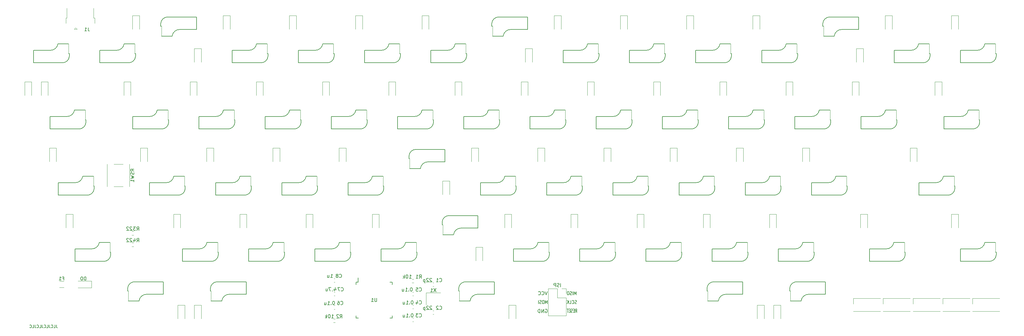
<source format=gbr>
%TF.GenerationSoftware,KiCad,Pcbnew,(5.1.9)-1*%
%TF.CreationDate,2021-04-22T03:27:36+09:00*%
%TF.ProjectId,yuiop60hh4,7975696f-7036-4306-9868-342e6b696361,4*%
%TF.SameCoordinates,Original*%
%TF.FileFunction,Legend,Bot*%
%TF.FilePolarity,Positive*%
%FSLAX46Y46*%
G04 Gerber Fmt 4.6, Leading zero omitted, Abs format (unit mm)*
G04 Created by KiCad (PCBNEW (5.1.9)-1) date 2021-04-22 03:27:36*
%MOMM*%
%LPD*%
G01*
G04 APERTURE LIST*
%ADD10C,0.150000*%
%ADD11C,0.120000*%
G04 APERTURE END LIST*
D10*
X81320238Y-191246744D02*
X81320238Y-191818173D01*
X81358333Y-191932459D01*
X81434523Y-192008649D01*
X81548809Y-192046744D01*
X81625000Y-192046744D01*
X80558333Y-192046744D02*
X80939285Y-192046744D01*
X80939285Y-191246744D01*
X79834523Y-191970554D02*
X79872619Y-192008649D01*
X79986904Y-192046744D01*
X80063095Y-192046744D01*
X80177380Y-192008649D01*
X80253571Y-191932459D01*
X80291666Y-191856268D01*
X80329761Y-191703887D01*
X80329761Y-191589601D01*
X80291666Y-191437220D01*
X80253571Y-191361030D01*
X80177380Y-191284840D01*
X80063095Y-191246744D01*
X79986904Y-191246744D01*
X79872619Y-191284840D01*
X79834523Y-191322935D01*
X79263095Y-191246744D02*
X79263095Y-191818173D01*
X79301190Y-191932459D01*
X79377380Y-192008649D01*
X79491666Y-192046744D01*
X79567857Y-192046744D01*
X78501190Y-192046744D02*
X78882142Y-192046744D01*
X78882142Y-191246744D01*
X77777380Y-191970554D02*
X77815476Y-192008649D01*
X77929761Y-192046744D01*
X78005952Y-192046744D01*
X78120238Y-192008649D01*
X78196428Y-191932459D01*
X78234523Y-191856268D01*
X78272619Y-191703887D01*
X78272619Y-191589601D01*
X78234523Y-191437220D01*
X78196428Y-191361030D01*
X78120238Y-191284840D01*
X78005952Y-191246744D01*
X77929761Y-191246744D01*
X77815476Y-191284840D01*
X77777380Y-191322935D01*
X77205952Y-191246744D02*
X77205952Y-191818173D01*
X77244047Y-191932459D01*
X77320238Y-192008649D01*
X77434523Y-192046744D01*
X77510714Y-192046744D01*
X76444047Y-192046744D02*
X76825000Y-192046744D01*
X76825000Y-191246744D01*
X75720238Y-191970554D02*
X75758333Y-192008649D01*
X75872619Y-192046744D01*
X75948809Y-192046744D01*
X76063095Y-192008649D01*
X76139285Y-191932459D01*
X76177380Y-191856268D01*
X76215476Y-191703887D01*
X76215476Y-191589601D01*
X76177380Y-191437220D01*
X76139285Y-191361030D01*
X76063095Y-191284840D01*
X75948809Y-191246744D01*
X75872619Y-191246744D01*
X75758333Y-191284840D01*
X75720238Y-191322935D01*
X75148809Y-191246744D02*
X75148809Y-191818173D01*
X75186904Y-191932459D01*
X75263095Y-192008649D01*
X75377380Y-192046744D01*
X75453571Y-192046744D01*
X74386904Y-192046744D02*
X74767857Y-192046744D01*
X74767857Y-191246744D01*
X73663095Y-191970554D02*
X73701190Y-192008649D01*
X73815476Y-192046744D01*
X73891666Y-192046744D01*
X74005952Y-192008649D01*
X74082142Y-191932459D01*
X74120238Y-191856268D01*
X74158333Y-191703887D01*
X74158333Y-191589601D01*
X74120238Y-191437220D01*
X74082142Y-191361030D01*
X74005952Y-191284840D01*
X73891666Y-191246744D01*
X73815476Y-191246744D01*
X73701190Y-191284840D01*
X73663095Y-191322935D01*
X222573333Y-181602380D02*
X222240000Y-182602380D01*
X221906666Y-181602380D01*
X221001904Y-182507142D02*
X221049523Y-182554761D01*
X221192380Y-182602380D01*
X221287619Y-182602380D01*
X221430476Y-182554761D01*
X221525714Y-182459523D01*
X221573333Y-182364285D01*
X221620952Y-182173809D01*
X221620952Y-182030952D01*
X221573333Y-181840476D01*
X221525714Y-181745238D01*
X221430476Y-181650000D01*
X221287619Y-181602380D01*
X221192380Y-181602380D01*
X221049523Y-181650000D01*
X221001904Y-181697619D01*
X220001904Y-182507142D02*
X220049523Y-182554761D01*
X220192380Y-182602380D01*
X220287619Y-182602380D01*
X220430476Y-182554761D01*
X220525714Y-182459523D01*
X220573333Y-182364285D01*
X220620952Y-182173809D01*
X220620952Y-182030952D01*
X220573333Y-181840476D01*
X220525714Y-181745238D01*
X220430476Y-181650000D01*
X220287619Y-181602380D01*
X220192380Y-181602380D01*
X220049523Y-181650000D01*
X220001904Y-181697619D01*
X230992380Y-185104761D02*
X230878095Y-185152380D01*
X230687619Y-185152380D01*
X230611428Y-185104761D01*
X230573333Y-185057142D01*
X230535238Y-184961904D01*
X230535238Y-184866666D01*
X230573333Y-184771428D01*
X230611428Y-184723809D01*
X230687619Y-184676190D01*
X230840000Y-184628571D01*
X230916190Y-184580952D01*
X230954285Y-184533333D01*
X230992380Y-184438095D01*
X230992380Y-184342857D01*
X230954285Y-184247619D01*
X230916190Y-184200000D01*
X230840000Y-184152380D01*
X230649523Y-184152380D01*
X230535238Y-184200000D01*
X229735238Y-185057142D02*
X229773333Y-185104761D01*
X229887619Y-185152380D01*
X229963809Y-185152380D01*
X230078095Y-185104761D01*
X230154285Y-185009523D01*
X230192380Y-184914285D01*
X230230476Y-184723809D01*
X230230476Y-184580952D01*
X230192380Y-184390476D01*
X230154285Y-184295238D01*
X230078095Y-184200000D01*
X229963809Y-184152380D01*
X229887619Y-184152380D01*
X229773333Y-184200000D01*
X229735238Y-184247619D01*
X229011428Y-185152380D02*
X229392380Y-185152380D01*
X229392380Y-184152380D01*
X228744761Y-185152380D02*
X228744761Y-184152380D01*
X228287619Y-185152380D02*
X228630476Y-184580952D01*
X228287619Y-184152380D02*
X228744761Y-184723809D01*
X230634047Y-187652380D02*
X230850714Y-187176190D01*
X231005476Y-187652380D02*
X231005476Y-186652380D01*
X230757857Y-186652380D01*
X230695952Y-186700000D01*
X230665000Y-186747619D01*
X230634047Y-186842857D01*
X230634047Y-186985714D01*
X230665000Y-187080952D01*
X230695952Y-187128571D01*
X230757857Y-187176190D01*
X231005476Y-187176190D01*
X230355476Y-187128571D02*
X230138809Y-187128571D01*
X230045952Y-187652380D02*
X230355476Y-187652380D01*
X230355476Y-186652380D01*
X230045952Y-186652380D01*
X229798333Y-187604761D02*
X229705476Y-187652380D01*
X229550714Y-187652380D01*
X229488809Y-187604761D01*
X229457857Y-187557142D01*
X229426904Y-187461904D01*
X229426904Y-187366666D01*
X229457857Y-187271428D01*
X229488809Y-187223809D01*
X229550714Y-187176190D01*
X229674523Y-187128571D01*
X229736428Y-187080952D01*
X229767380Y-187033333D01*
X229798333Y-186938095D01*
X229798333Y-186842857D01*
X229767380Y-186747619D01*
X229736428Y-186700000D01*
X229674523Y-186652380D01*
X229519761Y-186652380D01*
X229426904Y-186700000D01*
X229148333Y-187128571D02*
X228931666Y-187128571D01*
X228838809Y-187652380D02*
X229148333Y-187652380D01*
X229148333Y-186652380D01*
X228838809Y-186652380D01*
X228653095Y-186652380D02*
X228281666Y-186652380D01*
X228467380Y-187652380D02*
X228467380Y-186652380D01*
X222547142Y-185152380D02*
X222547142Y-184152380D01*
X222280476Y-184866666D01*
X222013809Y-184152380D01*
X222013809Y-185152380D01*
X221480476Y-184152380D02*
X221328095Y-184152380D01*
X221251904Y-184200000D01*
X221175714Y-184295238D01*
X221137619Y-184485714D01*
X221137619Y-184819047D01*
X221175714Y-185009523D01*
X221251904Y-185104761D01*
X221328095Y-185152380D01*
X221480476Y-185152380D01*
X221556666Y-185104761D01*
X221632857Y-185009523D01*
X221670952Y-184819047D01*
X221670952Y-184485714D01*
X221632857Y-184295238D01*
X221556666Y-184200000D01*
X221480476Y-184152380D01*
X220832857Y-185104761D02*
X220718571Y-185152380D01*
X220528095Y-185152380D01*
X220451904Y-185104761D01*
X220413809Y-185057142D01*
X220375714Y-184961904D01*
X220375714Y-184866666D01*
X220413809Y-184771428D01*
X220451904Y-184723809D01*
X220528095Y-184676190D01*
X220680476Y-184628571D01*
X220756666Y-184580952D01*
X220794761Y-184533333D01*
X220832857Y-184438095D01*
X220832857Y-184342857D01*
X220794761Y-184247619D01*
X220756666Y-184200000D01*
X220680476Y-184152380D01*
X220490000Y-184152380D01*
X220375714Y-184200000D01*
X220032857Y-185152380D02*
X220032857Y-184152380D01*
X222001904Y-186750000D02*
X222097142Y-186702380D01*
X222240000Y-186702380D01*
X222382857Y-186750000D01*
X222478095Y-186845238D01*
X222525714Y-186940476D01*
X222573333Y-187130952D01*
X222573333Y-187273809D01*
X222525714Y-187464285D01*
X222478095Y-187559523D01*
X222382857Y-187654761D01*
X222240000Y-187702380D01*
X222144761Y-187702380D01*
X222001904Y-187654761D01*
X221954285Y-187607142D01*
X221954285Y-187273809D01*
X222144761Y-187273809D01*
X221525714Y-187702380D02*
X221525714Y-186702380D01*
X220954285Y-187702380D01*
X220954285Y-186702380D01*
X220478095Y-187702380D02*
X220478095Y-186702380D01*
X220240000Y-186702380D01*
X220097142Y-186750000D01*
X220001904Y-186845238D01*
X219954285Y-186940476D01*
X219906666Y-187130952D01*
X219906666Y-187273809D01*
X219954285Y-187464285D01*
X220001904Y-187559523D01*
X220097142Y-187654761D01*
X220240000Y-187702380D01*
X220478095Y-187702380D01*
X230847142Y-182602380D02*
X230847142Y-181602380D01*
X230580476Y-182316666D01*
X230313809Y-181602380D01*
X230313809Y-182602380D01*
X229932857Y-182602380D02*
X229932857Y-181602380D01*
X229590000Y-182554761D02*
X229475714Y-182602380D01*
X229285238Y-182602380D01*
X229209047Y-182554761D01*
X229170952Y-182507142D01*
X229132857Y-182411904D01*
X229132857Y-182316666D01*
X229170952Y-182221428D01*
X229209047Y-182173809D01*
X229285238Y-182126190D01*
X229437619Y-182078571D01*
X229513809Y-182030952D01*
X229551904Y-181983333D01*
X229590000Y-181888095D01*
X229590000Y-181792857D01*
X229551904Y-181697619D01*
X229513809Y-181650000D01*
X229437619Y-181602380D01*
X229247142Y-181602380D01*
X229132857Y-181650000D01*
X228637619Y-181602380D02*
X228485238Y-181602380D01*
X228409047Y-181650000D01*
X228332857Y-181745238D01*
X228294761Y-181935714D01*
X228294761Y-182269047D01*
X228332857Y-182459523D01*
X228409047Y-182554761D01*
X228485238Y-182602380D01*
X228637619Y-182602380D01*
X228713809Y-182554761D01*
X228790000Y-182459523D01*
X228828095Y-182269047D01*
X228828095Y-181935714D01*
X228790000Y-181745238D01*
X228713809Y-181650000D01*
X228637619Y-181602380D01*
D11*
%TO.C,J1*%
X86875000Y-105700000D02*
X86475000Y-106150000D01*
X86475000Y-106150000D02*
X87275000Y-106150000D01*
X87275000Y-106150000D02*
X86875000Y-105700000D01*
X92025000Y-100100000D02*
X92025000Y-102900000D01*
X92025000Y-102900000D02*
X92325000Y-102900000D01*
X92325000Y-102900000D02*
X92325000Y-104450000D01*
X84325000Y-100100000D02*
X84325000Y-102900000D01*
X84025000Y-102900000D02*
X84325000Y-102900000D01*
X84025000Y-102900000D02*
X84025000Y-104450000D01*
%TO.C,KSW60*%
X292525000Y-181460000D02*
X292525000Y-184310000D01*
D10*
X297825000Y-182410000D02*
X302625000Y-182410000D01*
X292525000Y-184310000D02*
X295605000Y-184310000D01*
X302625000Y-178810000D02*
X294424999Y-178810000D01*
X292325000Y-180710000D02*
X292325000Y-181460000D01*
X302625000Y-182410000D02*
X302625000Y-178810000D01*
X292325000Y-181460000D02*
X292525000Y-181460000D01*
X292325000Y-180710001D02*
G75*
G02*
X294424999Y-178810000I2000000J-99999D01*
G01*
X295608682Y-184288529D02*
G75*
G02*
X297825000Y-182410000I2151318J-291471D01*
G01*
D11*
%TO.C,KSW59*%
X268713000Y-181460000D02*
X268713000Y-184310000D01*
D10*
X274013000Y-182410000D02*
X278813000Y-182410000D01*
X268713000Y-184310000D02*
X271793000Y-184310000D01*
X278813000Y-178810000D02*
X270612999Y-178810000D01*
X268513000Y-180710000D02*
X268513000Y-181460000D01*
X278813000Y-182410000D02*
X278813000Y-178810000D01*
X268513000Y-181460000D02*
X268713000Y-181460000D01*
X268513000Y-180710001D02*
G75*
G02*
X270612999Y-178810000I2000000J-99999D01*
G01*
X271796682Y-184288529D02*
G75*
G02*
X274013000Y-182410000I2151318J-291471D01*
G01*
D11*
%TO.C,KSW58*%
X197275000Y-181460000D02*
X197275000Y-184310000D01*
D10*
X202575000Y-182410000D02*
X207375000Y-182410000D01*
X197275000Y-184310000D02*
X200355000Y-184310000D01*
X207375000Y-178810000D02*
X199174999Y-178810000D01*
X197075000Y-180710000D02*
X197075000Y-181460000D01*
X207375000Y-182410000D02*
X207375000Y-178810000D01*
X197075000Y-181460000D02*
X197275000Y-181460000D01*
X197075000Y-180710001D02*
G75*
G02*
X199174999Y-178810000I2000000J-99999D01*
G01*
X200358682Y-184288529D02*
G75*
G02*
X202575000Y-182410000I2151318J-291471D01*
G01*
D11*
%TO.C,KSW57*%
X125837000Y-181460000D02*
X125837000Y-184310000D01*
D10*
X131137000Y-182410000D02*
X135937000Y-182410000D01*
X125837000Y-184310000D02*
X128917000Y-184310000D01*
X135937000Y-178810000D02*
X127736999Y-178810000D01*
X125637000Y-180710000D02*
X125637000Y-181460000D01*
X135937000Y-182410000D02*
X135937000Y-178810000D01*
X125637000Y-181460000D02*
X125837000Y-181460000D01*
X125637000Y-180710001D02*
G75*
G02*
X127736999Y-178810000I2000000J-99999D01*
G01*
X128920682Y-184288529D02*
G75*
G02*
X131137000Y-182410000I2151318J-291471D01*
G01*
D11*
%TO.C,KSW56*%
X102025000Y-181460000D02*
X102025000Y-184310000D01*
D10*
X107325000Y-182410000D02*
X112125000Y-182410000D01*
X102025000Y-184310000D02*
X105105000Y-184310000D01*
X112125000Y-178810000D02*
X103924999Y-178810000D01*
X101825000Y-180710000D02*
X101825000Y-181460000D01*
X112125000Y-182410000D02*
X112125000Y-178810000D01*
X101825000Y-181460000D02*
X102025000Y-181460000D01*
X101825000Y-180710001D02*
G75*
G02*
X103924999Y-178810000I2000000J-99999D01*
G01*
X105108682Y-184288529D02*
G75*
G02*
X107325000Y-182410000I2151318J-291471D01*
G01*
D11*
%TO.C,KSW55*%
X351550000Y-170310000D02*
X351550000Y-167460000D01*
D10*
X346250000Y-169360000D02*
X341450000Y-169360000D01*
X351550000Y-167460000D02*
X348470000Y-167460000D01*
X341450000Y-172960000D02*
X349650001Y-172960000D01*
X351750000Y-171060000D02*
X351750000Y-170310000D01*
X341450000Y-169360000D02*
X341450000Y-172960000D01*
X351750000Y-170310000D02*
X351550000Y-170310000D01*
X351750000Y-171059999D02*
G75*
G02*
X349650001Y-172960000I-2000000J99999D01*
G01*
X348466318Y-167481471D02*
G75*
G02*
X346250000Y-169360000I-2151318J291471D01*
G01*
D11*
%TO.C,KSW54*%
X325356000Y-170310000D02*
X325356000Y-167460000D01*
D10*
X320056000Y-169360000D02*
X315256000Y-169360000D01*
X325356000Y-167460000D02*
X322276000Y-167460000D01*
X315256000Y-172960000D02*
X323456001Y-172960000D01*
X325556000Y-171060000D02*
X325556000Y-170310000D01*
X315256000Y-169360000D02*
X315256000Y-172960000D01*
X325556000Y-170310000D02*
X325356000Y-170310000D01*
X325556000Y-171059999D02*
G75*
G02*
X323456001Y-172960000I-2000000J99999D01*
G01*
X322272318Y-167481471D02*
G75*
G02*
X320056000Y-169360000I-2151318J291471D01*
G01*
D11*
%TO.C,KSW53*%
X299163000Y-170310000D02*
X299163000Y-167460000D01*
D10*
X293863000Y-169360000D02*
X289063000Y-169360000D01*
X299163000Y-167460000D02*
X296083000Y-167460000D01*
X289063000Y-172960000D02*
X297263001Y-172960000D01*
X299363000Y-171060000D02*
X299363000Y-170310000D01*
X289063000Y-169360000D02*
X289063000Y-172960000D01*
X299363000Y-170310000D02*
X299163000Y-170310000D01*
X299363000Y-171059999D02*
G75*
G02*
X297263001Y-172960000I-2000000J99999D01*
G01*
X296079318Y-167481471D02*
G75*
G02*
X293863000Y-169360000I-2151318J291471D01*
G01*
D11*
%TO.C,KSW52*%
X280113000Y-170310000D02*
X280113000Y-167460000D01*
D10*
X274813000Y-169360000D02*
X270013000Y-169360000D01*
X280113000Y-167460000D02*
X277033000Y-167460000D01*
X270013000Y-172960000D02*
X278213001Y-172960000D01*
X280313000Y-171060000D02*
X280313000Y-170310000D01*
X270013000Y-169360000D02*
X270013000Y-172960000D01*
X280313000Y-170310000D02*
X280113000Y-170310000D01*
X280313000Y-171059999D02*
G75*
G02*
X278213001Y-172960000I-2000000J99999D01*
G01*
X277029318Y-167481471D02*
G75*
G02*
X274813000Y-169360000I-2151318J291471D01*
G01*
D11*
%TO.C,KSW51*%
X261063000Y-170310000D02*
X261063000Y-167460000D01*
D10*
X255763000Y-169360000D02*
X250963000Y-169360000D01*
X261063000Y-167460000D02*
X257983000Y-167460000D01*
X250963000Y-172960000D02*
X259163001Y-172960000D01*
X261263000Y-171060000D02*
X261263000Y-170310000D01*
X250963000Y-169360000D02*
X250963000Y-172960000D01*
X261263000Y-170310000D02*
X261063000Y-170310000D01*
X261263000Y-171059999D02*
G75*
G02*
X259163001Y-172960000I-2000000J99999D01*
G01*
X257979318Y-167481471D02*
G75*
G02*
X255763000Y-169360000I-2151318J291471D01*
G01*
D11*
%TO.C,KSW50*%
X242013000Y-170310000D02*
X242013000Y-167460000D01*
D10*
X236713000Y-169360000D02*
X231913000Y-169360000D01*
X242013000Y-167460000D02*
X238933000Y-167460000D01*
X231913000Y-172960000D02*
X240113001Y-172960000D01*
X242213000Y-171060000D02*
X242213000Y-170310000D01*
X231913000Y-169360000D02*
X231913000Y-172960000D01*
X242213000Y-170310000D02*
X242013000Y-170310000D01*
X242213000Y-171059999D02*
G75*
G02*
X240113001Y-172960000I-2000000J99999D01*
G01*
X238929318Y-167481471D02*
G75*
G02*
X236713000Y-169360000I-2151318J291471D01*
G01*
D11*
%TO.C,KSW49*%
X222963000Y-170310000D02*
X222963000Y-167460000D01*
D10*
X217663000Y-169360000D02*
X212863000Y-169360000D01*
X222963000Y-167460000D02*
X219883000Y-167460000D01*
X212863000Y-172960000D02*
X221063001Y-172960000D01*
X223163000Y-171060000D02*
X223163000Y-170310000D01*
X212863000Y-169360000D02*
X212863000Y-172960000D01*
X223163000Y-170310000D02*
X222963000Y-170310000D01*
X223163000Y-171059999D02*
G75*
G02*
X221063001Y-172960000I-2000000J99999D01*
G01*
X219879318Y-167481471D02*
G75*
G02*
X217663000Y-169360000I-2151318J291471D01*
G01*
D11*
%TO.C,KSW48*%
X192513000Y-162410000D02*
X192513000Y-165260000D01*
D10*
X197813000Y-163360000D02*
X202613000Y-163360000D01*
X192513000Y-165260000D02*
X195593000Y-165260000D01*
X202613000Y-159760000D02*
X194412999Y-159760000D01*
X192313000Y-161660000D02*
X192313000Y-162410000D01*
X202613000Y-163360000D02*
X202613000Y-159760000D01*
X192313000Y-162410000D02*
X192513000Y-162410000D01*
X192313000Y-161660001D02*
G75*
G02*
X194412999Y-159760000I2000000J-99999D01*
G01*
X195596682Y-165238529D02*
G75*
G02*
X197813000Y-163360000I2151318J-291471D01*
G01*
D11*
%TO.C,KSW47*%
X184863000Y-170310000D02*
X184863000Y-167460000D01*
D10*
X179563000Y-169360000D02*
X174763000Y-169360000D01*
X184863000Y-167460000D02*
X181783000Y-167460000D01*
X174763000Y-172960000D02*
X182963001Y-172960000D01*
X185063000Y-171060000D02*
X185063000Y-170310000D01*
X174763000Y-169360000D02*
X174763000Y-172960000D01*
X185063000Y-170310000D02*
X184863000Y-170310000D01*
X185063000Y-171059999D02*
G75*
G02*
X182963001Y-172960000I-2000000J99999D01*
G01*
X181779318Y-167481471D02*
G75*
G02*
X179563000Y-169360000I-2151318J291471D01*
G01*
D11*
%TO.C,KSW46*%
X165813000Y-170310000D02*
X165813000Y-167460000D01*
D10*
X160513000Y-169360000D02*
X155713000Y-169360000D01*
X165813000Y-167460000D02*
X162733000Y-167460000D01*
X155713000Y-172960000D02*
X163913001Y-172960000D01*
X166013000Y-171060000D02*
X166013000Y-170310000D01*
X155713000Y-169360000D02*
X155713000Y-172960000D01*
X166013000Y-170310000D02*
X165813000Y-170310000D01*
X166013000Y-171059999D02*
G75*
G02*
X163913001Y-172960000I-2000000J99999D01*
G01*
X162729318Y-167481471D02*
G75*
G02*
X160513000Y-169360000I-2151318J291471D01*
G01*
D11*
%TO.C,KSW45*%
X146763000Y-170310000D02*
X146763000Y-167460000D01*
D10*
X141463000Y-169360000D02*
X136663000Y-169360000D01*
X146763000Y-167460000D02*
X143683000Y-167460000D01*
X136663000Y-172960000D02*
X144863001Y-172960000D01*
X146963000Y-171060000D02*
X146963000Y-170310000D01*
X136663000Y-169360000D02*
X136663000Y-172960000D01*
X146963000Y-170310000D02*
X146763000Y-170310000D01*
X146963000Y-171059999D02*
G75*
G02*
X144863001Y-172960000I-2000000J99999D01*
G01*
X143679318Y-167481471D02*
G75*
G02*
X141463000Y-169360000I-2151318J291471D01*
G01*
D11*
%TO.C,KSW44*%
X127713000Y-170310000D02*
X127713000Y-167460000D01*
D10*
X122413000Y-169360000D02*
X117613000Y-169360000D01*
X127713000Y-167460000D02*
X124633000Y-167460000D01*
X117613000Y-172960000D02*
X125813001Y-172960000D01*
X127913000Y-171060000D02*
X127913000Y-170310000D01*
X117613000Y-169360000D02*
X117613000Y-172960000D01*
X127913000Y-170310000D02*
X127713000Y-170310000D01*
X127913000Y-171059999D02*
G75*
G02*
X125813001Y-172960000I-2000000J99999D01*
G01*
X124629318Y-167481471D02*
G75*
G02*
X122413000Y-169360000I-2151318J291471D01*
G01*
D11*
%TO.C,KSW43*%
X96756200Y-170310000D02*
X96756200Y-167460000D01*
D10*
X91456200Y-169360000D02*
X86656200Y-169360000D01*
X96756200Y-167460000D02*
X93676200Y-167460000D01*
X86656200Y-172960000D02*
X94856201Y-172960000D01*
X96956200Y-171060000D02*
X96956200Y-170310000D01*
X86656200Y-169360000D02*
X86656200Y-172960000D01*
X96956200Y-170310000D02*
X96756200Y-170310000D01*
X96956200Y-171059999D02*
G75*
G02*
X94856201Y-172960000I-2000000J99999D01*
G01*
X93672518Y-167481471D02*
G75*
G02*
X91456200Y-169360000I-2151318J291471D01*
G01*
D11*
%TO.C,KSW42*%
X339644000Y-151260000D02*
X339644000Y-148410000D01*
D10*
X334344000Y-150310000D02*
X329544000Y-150310000D01*
X339644000Y-148410000D02*
X336564000Y-148410000D01*
X329544000Y-153910000D02*
X337744001Y-153910000D01*
X339844000Y-152010000D02*
X339844000Y-151260000D01*
X329544000Y-150310000D02*
X329544000Y-153910000D01*
X339844000Y-151260000D02*
X339644000Y-151260000D01*
X339844000Y-152009999D02*
G75*
G02*
X337744001Y-153910000I-2000000J99999D01*
G01*
X336560318Y-148431471D02*
G75*
G02*
X334344000Y-150310000I-2151318J291471D01*
G01*
D11*
%TO.C,KSW41*%
X308687000Y-151260000D02*
X308687000Y-148410000D01*
D10*
X303387000Y-150310000D02*
X298587000Y-150310000D01*
X308687000Y-148410000D02*
X305607000Y-148410000D01*
X298587000Y-153910000D02*
X306787001Y-153910000D01*
X308887000Y-152010000D02*
X308887000Y-151260000D01*
X298587000Y-150310000D02*
X298587000Y-153910000D01*
X308887000Y-151260000D02*
X308687000Y-151260000D01*
X308887000Y-152009999D02*
G75*
G02*
X306787001Y-153910000I-2000000J99999D01*
G01*
X305603318Y-148431471D02*
G75*
G02*
X303387000Y-150310000I-2151318J291471D01*
G01*
D11*
%TO.C,KSW40*%
X289637000Y-151260000D02*
X289637000Y-148410000D01*
D10*
X284337000Y-150310000D02*
X279537000Y-150310000D01*
X289637000Y-148410000D02*
X286557000Y-148410000D01*
X279537000Y-153910000D02*
X287737001Y-153910000D01*
X289837000Y-152010000D02*
X289837000Y-151260000D01*
X279537000Y-150310000D02*
X279537000Y-153910000D01*
X289837000Y-151260000D02*
X289637000Y-151260000D01*
X289837000Y-152009999D02*
G75*
G02*
X287737001Y-153910000I-2000000J99999D01*
G01*
X286553318Y-148431471D02*
G75*
G02*
X284337000Y-150310000I-2151318J291471D01*
G01*
D11*
%TO.C,KSW39*%
X270587000Y-151260000D02*
X270587000Y-148410000D01*
D10*
X265287000Y-150310000D02*
X260487000Y-150310000D01*
X270587000Y-148410000D02*
X267507000Y-148410000D01*
X260487000Y-153910000D02*
X268687001Y-153910000D01*
X270787000Y-152010000D02*
X270787000Y-151260000D01*
X260487000Y-150310000D02*
X260487000Y-153910000D01*
X270787000Y-151260000D02*
X270587000Y-151260000D01*
X270787000Y-152009999D02*
G75*
G02*
X268687001Y-153910000I-2000000J99999D01*
G01*
X267503318Y-148431471D02*
G75*
G02*
X265287000Y-150310000I-2151318J291471D01*
G01*
D11*
%TO.C,KSW38*%
X251537000Y-151260000D02*
X251537000Y-148410000D01*
D10*
X246237000Y-150310000D02*
X241437000Y-150310000D01*
X251537000Y-148410000D02*
X248457000Y-148410000D01*
X241437000Y-153910000D02*
X249637001Y-153910000D01*
X251737000Y-152010000D02*
X251737000Y-151260000D01*
X241437000Y-150310000D02*
X241437000Y-153910000D01*
X251737000Y-151260000D02*
X251537000Y-151260000D01*
X251737000Y-152009999D02*
G75*
G02*
X249637001Y-153910000I-2000000J99999D01*
G01*
X248453318Y-148431471D02*
G75*
G02*
X246237000Y-150310000I-2151318J291471D01*
G01*
D11*
%TO.C,KSW37*%
X232487000Y-151260000D02*
X232487000Y-148410000D01*
D10*
X227187000Y-150310000D02*
X222387000Y-150310000D01*
X232487000Y-148410000D02*
X229407000Y-148410000D01*
X222387000Y-153910000D02*
X230587001Y-153910000D01*
X232687000Y-152010000D02*
X232687000Y-151260000D01*
X222387000Y-150310000D02*
X222387000Y-153910000D01*
X232687000Y-151260000D02*
X232487000Y-151260000D01*
X232687000Y-152009999D02*
G75*
G02*
X230587001Y-153910000I-2000000J99999D01*
G01*
X229403318Y-148431471D02*
G75*
G02*
X227187000Y-150310000I-2151318J291471D01*
G01*
D11*
%TO.C,KSW36*%
X213437000Y-151260000D02*
X213437000Y-148410000D01*
D10*
X208137000Y-150310000D02*
X203337000Y-150310000D01*
X213437000Y-148410000D02*
X210357000Y-148410000D01*
X203337000Y-153910000D02*
X211537001Y-153910000D01*
X213637000Y-152010000D02*
X213637000Y-151260000D01*
X203337000Y-150310000D02*
X203337000Y-153910000D01*
X213637000Y-151260000D02*
X213437000Y-151260000D01*
X213637000Y-152009999D02*
G75*
G02*
X211537001Y-153910000I-2000000J99999D01*
G01*
X210353318Y-148431471D02*
G75*
G02*
X208137000Y-150310000I-2151318J291471D01*
G01*
D11*
%TO.C,KSW35*%
X182987000Y-143360000D02*
X182987000Y-146210000D01*
D10*
X188287000Y-144310000D02*
X193087000Y-144310000D01*
X182987000Y-146210000D02*
X186067000Y-146210000D01*
X193087000Y-140710000D02*
X184886999Y-140710000D01*
X182787000Y-142610000D02*
X182787000Y-143360000D01*
X193087000Y-144310000D02*
X193087000Y-140710000D01*
X182787000Y-143360000D02*
X182987000Y-143360000D01*
X182787000Y-142610001D02*
G75*
G02*
X184886999Y-140710000I2000000J-99999D01*
G01*
X186070682Y-146188529D02*
G75*
G02*
X188287000Y-144310000I2151318J-291471D01*
G01*
D11*
%TO.C,KSW34*%
X175337000Y-151260000D02*
X175337000Y-148410000D01*
D10*
X170037000Y-150310000D02*
X165237000Y-150310000D01*
X175337000Y-148410000D02*
X172257000Y-148410000D01*
X165237000Y-153910000D02*
X173437001Y-153910000D01*
X175537000Y-152010000D02*
X175537000Y-151260000D01*
X165237000Y-150310000D02*
X165237000Y-153910000D01*
X175537000Y-151260000D02*
X175337000Y-151260000D01*
X175537000Y-152009999D02*
G75*
G02*
X173437001Y-153910000I-2000000J99999D01*
G01*
X172253318Y-148431471D02*
G75*
G02*
X170037000Y-150310000I-2151318J291471D01*
G01*
D11*
%TO.C,KSW33*%
X156287000Y-151260000D02*
X156287000Y-148410000D01*
D10*
X150987000Y-150310000D02*
X146187000Y-150310000D01*
X156287000Y-148410000D02*
X153207000Y-148410000D01*
X146187000Y-153910000D02*
X154387001Y-153910000D01*
X156487000Y-152010000D02*
X156487000Y-151260000D01*
X146187000Y-150310000D02*
X146187000Y-153910000D01*
X156487000Y-151260000D02*
X156287000Y-151260000D01*
X156487000Y-152009999D02*
G75*
G02*
X154387001Y-153910000I-2000000J99999D01*
G01*
X153203318Y-148431471D02*
G75*
G02*
X150987000Y-150310000I-2151318J291471D01*
G01*
D11*
%TO.C,KSW32*%
X137237000Y-151260000D02*
X137237000Y-148410000D01*
D10*
X131937000Y-150310000D02*
X127137000Y-150310000D01*
X137237000Y-148410000D02*
X134157000Y-148410000D01*
X127137000Y-153910000D02*
X135337001Y-153910000D01*
X137437000Y-152010000D02*
X137437000Y-151260000D01*
X127137000Y-150310000D02*
X127137000Y-153910000D01*
X137437000Y-151260000D02*
X137237000Y-151260000D01*
X137437000Y-152009999D02*
G75*
G02*
X135337001Y-153910000I-2000000J99999D01*
G01*
X134153318Y-148431471D02*
G75*
G02*
X131937000Y-150310000I-2151318J291471D01*
G01*
D11*
%TO.C,KSW31*%
X118187000Y-151260000D02*
X118187000Y-148410000D01*
D10*
X112887000Y-150310000D02*
X108087000Y-150310000D01*
X118187000Y-148410000D02*
X115107000Y-148410000D01*
X108087000Y-153910000D02*
X116287001Y-153910000D01*
X118387000Y-152010000D02*
X118387000Y-151260000D01*
X108087000Y-150310000D02*
X108087000Y-153910000D01*
X118387000Y-151260000D02*
X118187000Y-151260000D01*
X118387000Y-152009999D02*
G75*
G02*
X116287001Y-153910000I-2000000J99999D01*
G01*
X115103318Y-148431471D02*
G75*
G02*
X112887000Y-150310000I-2151318J291471D01*
G01*
D11*
%TO.C,KSW30*%
X91993800Y-151260000D02*
X91993800Y-148410000D01*
D10*
X86693800Y-150310000D02*
X81893800Y-150310000D01*
X91993800Y-148410000D02*
X88913800Y-148410000D01*
X81893800Y-153910000D02*
X90093801Y-153910000D01*
X92193800Y-152010000D02*
X92193800Y-151260000D01*
X81893800Y-150310000D02*
X81893800Y-153910000D01*
X92193800Y-151260000D02*
X91993800Y-151260000D01*
X92193800Y-152009999D02*
G75*
G02*
X90093801Y-153910000I-2000000J99999D01*
G01*
X88910118Y-148431471D02*
G75*
G02*
X86693800Y-150310000I-2151318J291471D01*
G01*
D11*
%TO.C,KSW29*%
X346787000Y-132210000D02*
X346787000Y-129360000D01*
D10*
X341487000Y-131260000D02*
X336687000Y-131260000D01*
X346787000Y-129360000D02*
X343707000Y-129360000D01*
X336687000Y-134860000D02*
X344887001Y-134860000D01*
X346987000Y-132960000D02*
X346987000Y-132210000D01*
X336687000Y-131260000D02*
X336687000Y-134860000D01*
X346987000Y-132210000D02*
X346787000Y-132210000D01*
X346987000Y-132959999D02*
G75*
G02*
X344887001Y-134860000I-2000000J99999D01*
G01*
X343703318Y-129381471D02*
G75*
G02*
X341487000Y-131260000I-2151318J291471D01*
G01*
D11*
%TO.C,KSW28*%
X322975000Y-132210000D02*
X322975000Y-129360000D01*
D10*
X317675000Y-131260000D02*
X312875000Y-131260000D01*
X322975000Y-129360000D02*
X319895000Y-129360000D01*
X312875000Y-134860000D02*
X321075001Y-134860000D01*
X323175000Y-132960000D02*
X323175000Y-132210000D01*
X312875000Y-131260000D02*
X312875000Y-134860000D01*
X323175000Y-132210000D02*
X322975000Y-132210000D01*
X323175000Y-132959999D02*
G75*
G02*
X321075001Y-134860000I-2000000J99999D01*
G01*
X319891318Y-129381471D02*
G75*
G02*
X317675000Y-131260000I-2151318J291471D01*
G01*
D11*
%TO.C,KSW27*%
X303925000Y-132210000D02*
X303925000Y-129360000D01*
D10*
X298625000Y-131260000D02*
X293825000Y-131260000D01*
X303925000Y-129360000D02*
X300845000Y-129360000D01*
X293825000Y-134860000D02*
X302025001Y-134860000D01*
X304125000Y-132960000D02*
X304125000Y-132210000D01*
X293825000Y-131260000D02*
X293825000Y-134860000D01*
X304125000Y-132210000D02*
X303925000Y-132210000D01*
X304125000Y-132959999D02*
G75*
G02*
X302025001Y-134860000I-2000000J99999D01*
G01*
X300841318Y-129381471D02*
G75*
G02*
X298625000Y-131260000I-2151318J291471D01*
G01*
D11*
%TO.C,KSW26*%
X284875000Y-132210000D02*
X284875000Y-129360000D01*
D10*
X279575000Y-131260000D02*
X274775000Y-131260000D01*
X284875000Y-129360000D02*
X281795000Y-129360000D01*
X274775000Y-134860000D02*
X282975001Y-134860000D01*
X285075000Y-132960000D02*
X285075000Y-132210000D01*
X274775000Y-131260000D02*
X274775000Y-134860000D01*
X285075000Y-132210000D02*
X284875000Y-132210000D01*
X285075000Y-132959999D02*
G75*
G02*
X282975001Y-134860000I-2000000J99999D01*
G01*
X281791318Y-129381471D02*
G75*
G02*
X279575000Y-131260000I-2151318J291471D01*
G01*
D11*
%TO.C,KSW25*%
X265825000Y-132210000D02*
X265825000Y-129360000D01*
D10*
X260525000Y-131260000D02*
X255725000Y-131260000D01*
X265825000Y-129360000D02*
X262745000Y-129360000D01*
X255725000Y-134860000D02*
X263925001Y-134860000D01*
X266025000Y-132960000D02*
X266025000Y-132210000D01*
X255725000Y-131260000D02*
X255725000Y-134860000D01*
X266025000Y-132210000D02*
X265825000Y-132210000D01*
X266025000Y-132959999D02*
G75*
G02*
X263925001Y-134860000I-2000000J99999D01*
G01*
X262741318Y-129381471D02*
G75*
G02*
X260525000Y-131260000I-2151318J291471D01*
G01*
D11*
%TO.C,KSW24*%
X246775000Y-132210000D02*
X246775000Y-129360000D01*
D10*
X241475000Y-131260000D02*
X236675000Y-131260000D01*
X246775000Y-129360000D02*
X243695000Y-129360000D01*
X236675000Y-134860000D02*
X244875001Y-134860000D01*
X246975000Y-132960000D02*
X246975000Y-132210000D01*
X236675000Y-131260000D02*
X236675000Y-134860000D01*
X246975000Y-132210000D02*
X246775000Y-132210000D01*
X246975000Y-132959999D02*
G75*
G02*
X244875001Y-134860000I-2000000J99999D01*
G01*
X243691318Y-129381471D02*
G75*
G02*
X241475000Y-131260000I-2151318J291471D01*
G01*
D11*
%TO.C,KSW23*%
X227725000Y-132210000D02*
X227725000Y-129360000D01*
D10*
X222425000Y-131260000D02*
X217625000Y-131260000D01*
X227725000Y-129360000D02*
X224645000Y-129360000D01*
X217625000Y-134860000D02*
X225825001Y-134860000D01*
X227925000Y-132960000D02*
X227925000Y-132210000D01*
X217625000Y-131260000D02*
X217625000Y-134860000D01*
X227925000Y-132210000D02*
X227725000Y-132210000D01*
X227925000Y-132959999D02*
G75*
G02*
X225825001Y-134860000I-2000000J99999D01*
G01*
X224641318Y-129381471D02*
G75*
G02*
X222425000Y-131260000I-2151318J291471D01*
G01*
D11*
%TO.C,KSW22*%
X208675000Y-132210000D02*
X208675000Y-129360000D01*
D10*
X203375000Y-131260000D02*
X198575000Y-131260000D01*
X208675000Y-129360000D02*
X205595000Y-129360000D01*
X198575000Y-134860000D02*
X206775001Y-134860000D01*
X208875000Y-132960000D02*
X208875000Y-132210000D01*
X198575000Y-131260000D02*
X198575000Y-134860000D01*
X208875000Y-132210000D02*
X208675000Y-132210000D01*
X208875000Y-132959999D02*
G75*
G02*
X206775001Y-134860000I-2000000J99999D01*
G01*
X205591318Y-129381471D02*
G75*
G02*
X203375000Y-131260000I-2151318J291471D01*
G01*
D11*
%TO.C,KSW21*%
X189625000Y-132210000D02*
X189625000Y-129360000D01*
D10*
X184325000Y-131260000D02*
X179525000Y-131260000D01*
X189625000Y-129360000D02*
X186545000Y-129360000D01*
X179525000Y-134860000D02*
X187725001Y-134860000D01*
X189825000Y-132960000D02*
X189825000Y-132210000D01*
X179525000Y-131260000D02*
X179525000Y-134860000D01*
X189825000Y-132210000D02*
X189625000Y-132210000D01*
X189825000Y-132959999D02*
G75*
G02*
X187725001Y-134860000I-2000000J99999D01*
G01*
X186541318Y-129381471D02*
G75*
G02*
X184325000Y-131260000I-2151318J291471D01*
G01*
D11*
%TO.C,KSW20*%
X170575000Y-132210000D02*
X170575000Y-129360000D01*
D10*
X165275000Y-131260000D02*
X160475000Y-131260000D01*
X170575000Y-129360000D02*
X167495000Y-129360000D01*
X160475000Y-134860000D02*
X168675001Y-134860000D01*
X170775000Y-132960000D02*
X170775000Y-132210000D01*
X160475000Y-131260000D02*
X160475000Y-134860000D01*
X170775000Y-132210000D02*
X170575000Y-132210000D01*
X170775000Y-132959999D02*
G75*
G02*
X168675001Y-134860000I-2000000J99999D01*
G01*
X167491318Y-129381471D02*
G75*
G02*
X165275000Y-131260000I-2151318J291471D01*
G01*
D11*
%TO.C,KSW19*%
X151525000Y-132210000D02*
X151525000Y-129360000D01*
D10*
X146225000Y-131260000D02*
X141425000Y-131260000D01*
X151525000Y-129360000D02*
X148445000Y-129360000D01*
X141425000Y-134860000D02*
X149625001Y-134860000D01*
X151725000Y-132960000D02*
X151725000Y-132210000D01*
X141425000Y-131260000D02*
X141425000Y-134860000D01*
X151725000Y-132210000D02*
X151525000Y-132210000D01*
X151725000Y-132959999D02*
G75*
G02*
X149625001Y-134860000I-2000000J99999D01*
G01*
X148441318Y-129381471D02*
G75*
G02*
X146225000Y-131260000I-2151318J291471D01*
G01*
D11*
%TO.C,KSW18*%
X132475000Y-132210000D02*
X132475000Y-129360000D01*
D10*
X127175000Y-131260000D02*
X122375000Y-131260000D01*
X132475000Y-129360000D02*
X129395000Y-129360000D01*
X122375000Y-134860000D02*
X130575001Y-134860000D01*
X132675000Y-132960000D02*
X132675000Y-132210000D01*
X122375000Y-131260000D02*
X122375000Y-134860000D01*
X132675000Y-132210000D02*
X132475000Y-132210000D01*
X132675000Y-132959999D02*
G75*
G02*
X130575001Y-134860000I-2000000J99999D01*
G01*
X129391318Y-129381471D02*
G75*
G02*
X127175000Y-131260000I-2151318J291471D01*
G01*
D11*
%TO.C,KSW17*%
X113425000Y-132210000D02*
X113425000Y-129360000D01*
D10*
X108125000Y-131260000D02*
X103325000Y-131260000D01*
X113425000Y-129360000D02*
X110345000Y-129360000D01*
X103325000Y-134860000D02*
X111525001Y-134860000D01*
X113625000Y-132960000D02*
X113625000Y-132210000D01*
X103325000Y-131260000D02*
X103325000Y-134860000D01*
X113625000Y-132210000D02*
X113425000Y-132210000D01*
X113625000Y-132959999D02*
G75*
G02*
X111525001Y-134860000I-2000000J99999D01*
G01*
X110341318Y-129381471D02*
G75*
G02*
X108125000Y-131260000I-2151318J291471D01*
G01*
D11*
%TO.C,KSW16*%
X89612500Y-132210000D02*
X89612500Y-129360000D01*
D10*
X84312500Y-131260000D02*
X79512500Y-131260000D01*
X89612500Y-129360000D02*
X86532500Y-129360000D01*
X79512500Y-134860000D02*
X87712501Y-134860000D01*
X89812500Y-132960000D02*
X89812500Y-132210000D01*
X79512500Y-131260000D02*
X79512500Y-134860000D01*
X89812500Y-132210000D02*
X89612500Y-132210000D01*
X89812500Y-132959999D02*
G75*
G02*
X87712501Y-134860000I-2000000J99999D01*
G01*
X86528818Y-129381471D02*
G75*
G02*
X84312500Y-131260000I-2151318J291471D01*
G01*
D11*
%TO.C,KSW15*%
X351550000Y-113160000D02*
X351550000Y-110310000D01*
D10*
X346250000Y-112210000D02*
X341450000Y-112210000D01*
X351550000Y-110310000D02*
X348470000Y-110310000D01*
X341450000Y-115810000D02*
X349650001Y-115810000D01*
X351750000Y-113910000D02*
X351750000Y-113160000D01*
X341450000Y-112210000D02*
X341450000Y-115810000D01*
X351750000Y-113160000D02*
X351550000Y-113160000D01*
X351750000Y-113909999D02*
G75*
G02*
X349650001Y-115810000I-2000000J99999D01*
G01*
X348466318Y-110331471D02*
G75*
G02*
X346250000Y-112210000I-2151318J291471D01*
G01*
D11*
%TO.C,KSW14*%
X332500000Y-113160000D02*
X332500000Y-110310000D01*
D10*
X327200000Y-112210000D02*
X322400000Y-112210000D01*
X332500000Y-110310000D02*
X329420000Y-110310000D01*
X322400000Y-115810000D02*
X330600001Y-115810000D01*
X332700000Y-113910000D02*
X332700000Y-113160000D01*
X322400000Y-112210000D02*
X322400000Y-115810000D01*
X332700000Y-113160000D02*
X332500000Y-113160000D01*
X332700000Y-113909999D02*
G75*
G02*
X330600001Y-115810000I-2000000J99999D01*
G01*
X329416318Y-110331471D02*
G75*
G02*
X327200000Y-112210000I-2151318J291471D01*
G01*
D11*
%TO.C,KSW13*%
X302050000Y-105260000D02*
X302050000Y-108110000D01*
D10*
X307350000Y-106210000D02*
X312150000Y-106210000D01*
X302050000Y-108110000D02*
X305130000Y-108110000D01*
X312150000Y-102610000D02*
X303949999Y-102610000D01*
X301850000Y-104510000D02*
X301850000Y-105260000D01*
X312150000Y-106210000D02*
X312150000Y-102610000D01*
X301850000Y-105260000D02*
X302050000Y-105260000D01*
X301850000Y-104510001D02*
G75*
G02*
X303949999Y-102610000I2000000J-99999D01*
G01*
X305133682Y-108088529D02*
G75*
G02*
X307350000Y-106210000I2151318J-291471D01*
G01*
D11*
%TO.C,KSW12*%
X294400000Y-113160000D02*
X294400000Y-110310000D01*
D10*
X289100000Y-112210000D02*
X284300000Y-112210000D01*
X294400000Y-110310000D02*
X291320000Y-110310000D01*
X284300000Y-115810000D02*
X292500001Y-115810000D01*
X294600000Y-113910000D02*
X294600000Y-113160000D01*
X284300000Y-112210000D02*
X284300000Y-115810000D01*
X294600000Y-113160000D02*
X294400000Y-113160000D01*
X294600000Y-113909999D02*
G75*
G02*
X292500001Y-115810000I-2000000J99999D01*
G01*
X291316318Y-110331471D02*
G75*
G02*
X289100000Y-112210000I-2151318J291471D01*
G01*
D11*
%TO.C,KSW11*%
X275350000Y-113160000D02*
X275350000Y-110310000D01*
D10*
X270050000Y-112210000D02*
X265250000Y-112210000D01*
X275350000Y-110310000D02*
X272270000Y-110310000D01*
X265250000Y-115810000D02*
X273450001Y-115810000D01*
X275550000Y-113910000D02*
X275550000Y-113160000D01*
X265250000Y-112210000D02*
X265250000Y-115810000D01*
X275550000Y-113160000D02*
X275350000Y-113160000D01*
X275550000Y-113909999D02*
G75*
G02*
X273450001Y-115810000I-2000000J99999D01*
G01*
X272266318Y-110331471D02*
G75*
G02*
X270050000Y-112210000I-2151318J291471D01*
G01*
D11*
%TO.C,KSW10*%
X256300000Y-113160000D02*
X256300000Y-110310000D01*
D10*
X251000000Y-112210000D02*
X246200000Y-112210000D01*
X256300000Y-110310000D02*
X253220000Y-110310000D01*
X246200000Y-115810000D02*
X254400001Y-115810000D01*
X256500000Y-113910000D02*
X256500000Y-113160000D01*
X246200000Y-112210000D02*
X246200000Y-115810000D01*
X256500000Y-113160000D02*
X256300000Y-113160000D01*
X256500000Y-113909999D02*
G75*
G02*
X254400001Y-115810000I-2000000J99999D01*
G01*
X253216318Y-110331471D02*
G75*
G02*
X251000000Y-112210000I-2151318J291471D01*
G01*
D11*
%TO.C,KSW9*%
X237250000Y-113160000D02*
X237250000Y-110310000D01*
D10*
X231950000Y-112210000D02*
X227150000Y-112210000D01*
X237250000Y-110310000D02*
X234170000Y-110310000D01*
X227150000Y-115810000D02*
X235350001Y-115810000D01*
X237450000Y-113910000D02*
X237450000Y-113160000D01*
X227150000Y-112210000D02*
X227150000Y-115810000D01*
X237450000Y-113160000D02*
X237250000Y-113160000D01*
X237450000Y-113909999D02*
G75*
G02*
X235350001Y-115810000I-2000000J99999D01*
G01*
X234166318Y-110331471D02*
G75*
G02*
X231950000Y-112210000I-2151318J291471D01*
G01*
D11*
%TO.C,KSW8*%
X206800000Y-105260000D02*
X206800000Y-108110000D01*
D10*
X212100000Y-106210000D02*
X216900000Y-106210000D01*
X206800000Y-108110000D02*
X209880000Y-108110000D01*
X216900000Y-102610000D02*
X208699999Y-102610000D01*
X206600000Y-104510000D02*
X206600000Y-105260000D01*
X216900000Y-106210000D02*
X216900000Y-102610000D01*
X206600000Y-105260000D02*
X206800000Y-105260000D01*
X206600000Y-104510001D02*
G75*
G02*
X208699999Y-102610000I2000000J-99999D01*
G01*
X209883682Y-108088529D02*
G75*
G02*
X212100000Y-106210000I2151318J-291471D01*
G01*
D11*
%TO.C,KSW7*%
X199150000Y-113160000D02*
X199150000Y-110310000D01*
D10*
X193850000Y-112210000D02*
X189050000Y-112210000D01*
X199150000Y-110310000D02*
X196070000Y-110310000D01*
X189050000Y-115810000D02*
X197250001Y-115810000D01*
X199350000Y-113910000D02*
X199350000Y-113160000D01*
X189050000Y-112210000D02*
X189050000Y-115810000D01*
X199350000Y-113160000D02*
X199150000Y-113160000D01*
X199350000Y-113909999D02*
G75*
G02*
X197250001Y-115810000I-2000000J99999D01*
G01*
X196066318Y-110331471D02*
G75*
G02*
X193850000Y-112210000I-2151318J291471D01*
G01*
D11*
%TO.C,KSW6*%
X180100000Y-113160000D02*
X180100000Y-110310000D01*
D10*
X174800000Y-112210000D02*
X170000000Y-112210000D01*
X180100000Y-110310000D02*
X177020000Y-110310000D01*
X170000000Y-115810000D02*
X178200001Y-115810000D01*
X180300000Y-113910000D02*
X180300000Y-113160000D01*
X170000000Y-112210000D02*
X170000000Y-115810000D01*
X180300000Y-113160000D02*
X180100000Y-113160000D01*
X180300000Y-113909999D02*
G75*
G02*
X178200001Y-115810000I-2000000J99999D01*
G01*
X177016318Y-110331471D02*
G75*
G02*
X174800000Y-112210000I-2151318J291471D01*
G01*
D11*
%TO.C,KSW5*%
X161050000Y-113160000D02*
X161050000Y-110310000D01*
D10*
X155750000Y-112210000D02*
X150950000Y-112210000D01*
X161050000Y-110310000D02*
X157970000Y-110310000D01*
X150950000Y-115810000D02*
X159150001Y-115810000D01*
X161250000Y-113910000D02*
X161250000Y-113160000D01*
X150950000Y-112210000D02*
X150950000Y-115810000D01*
X161250000Y-113160000D02*
X161050000Y-113160000D01*
X161250000Y-113909999D02*
G75*
G02*
X159150001Y-115810000I-2000000J99999D01*
G01*
X157966318Y-110331471D02*
G75*
G02*
X155750000Y-112210000I-2151318J291471D01*
G01*
D11*
%TO.C,KSW4*%
X142000000Y-113160000D02*
X142000000Y-110310000D01*
D10*
X136700000Y-112210000D02*
X131900000Y-112210000D01*
X142000000Y-110310000D02*
X138920000Y-110310000D01*
X131900000Y-115810000D02*
X140100001Y-115810000D01*
X142200000Y-113910000D02*
X142200000Y-113160000D01*
X131900000Y-112210000D02*
X131900000Y-115810000D01*
X142200000Y-113160000D02*
X142000000Y-113160000D01*
X142200000Y-113909999D02*
G75*
G02*
X140100001Y-115810000I-2000000J99999D01*
G01*
X138916318Y-110331471D02*
G75*
G02*
X136700000Y-112210000I-2151318J291471D01*
G01*
D11*
%TO.C,KSW3*%
X111550000Y-105260000D02*
X111550000Y-108110000D01*
D10*
X116850000Y-106210000D02*
X121650000Y-106210000D01*
X111550000Y-108110000D02*
X114630000Y-108110000D01*
X121650000Y-102610000D02*
X113449999Y-102610000D01*
X111350000Y-104510000D02*
X111350000Y-105260000D01*
X121650000Y-106210000D02*
X121650000Y-102610000D01*
X111350000Y-105260000D02*
X111550000Y-105260000D01*
X111350000Y-104510001D02*
G75*
G02*
X113449999Y-102610000I2000000J-99999D01*
G01*
X114633682Y-108088529D02*
G75*
G02*
X116850000Y-106210000I2151318J-291471D01*
G01*
D11*
%TO.C,KSW2*%
X103900000Y-113160000D02*
X103900000Y-110310000D01*
D10*
X98600000Y-112210000D02*
X93800000Y-112210000D01*
X103900000Y-110310000D02*
X100820000Y-110310000D01*
X93800000Y-115810000D02*
X102000001Y-115810000D01*
X104100000Y-113910000D02*
X104100000Y-113160000D01*
X93800000Y-112210000D02*
X93800000Y-115810000D01*
X104100000Y-113160000D02*
X103900000Y-113160000D01*
X104100000Y-113909999D02*
G75*
G02*
X102000001Y-115810000I-2000000J99999D01*
G01*
X100816318Y-110331471D02*
G75*
G02*
X98600000Y-112210000I-2151318J291471D01*
G01*
D11*
%TO.C,KSW1*%
X84850000Y-113160000D02*
X84850000Y-110310000D01*
D10*
X79550000Y-112210000D02*
X74750000Y-112210000D01*
X84850000Y-110310000D02*
X81770000Y-110310000D01*
X74750000Y-115810000D02*
X82950001Y-115810000D01*
X85050000Y-113910000D02*
X85050000Y-113160000D01*
X74750000Y-112210000D02*
X74750000Y-115810000D01*
X85050000Y-113160000D02*
X84850000Y-113160000D01*
X85050000Y-113909999D02*
G75*
G02*
X82950001Y-115810000I-2000000J99999D01*
G01*
X81766318Y-110331471D02*
G75*
G02*
X79550000Y-112210000I-2151318J291471D01*
G01*
%TO.C,U1*%
X168143000Y-178899000D02*
X168143000Y-177624000D01*
X167568000Y-189249000D02*
X167568000Y-188574000D01*
X177918000Y-189249000D02*
X177918000Y-188574000D01*
X177918000Y-178899000D02*
X177918000Y-179574000D01*
X167568000Y-178899000D02*
X167568000Y-179574000D01*
X177918000Y-178899000D02*
X177243000Y-178899000D01*
X177918000Y-189249000D02*
X177243000Y-189249000D01*
X167568000Y-189249000D02*
X168243000Y-189249000D01*
X167568000Y-178899000D02*
X168143000Y-178899000D01*
D11*
%TO.C,LED5*%
X352709000Y-187291000D02*
X344909000Y-187291000D01*
X344909000Y-185191000D02*
X344909000Y-183591000D01*
X344909000Y-183591000D02*
X352709000Y-183591000D01*
%TO.C,LED4*%
X344143000Y-187291000D02*
X336343000Y-187291000D01*
X336343000Y-185191000D02*
X336343000Y-183591000D01*
X336343000Y-183591000D02*
X344143000Y-183591000D01*
%TO.C,LED3*%
X335577000Y-187291000D02*
X327777000Y-187291000D01*
X327777000Y-185191000D02*
X327777000Y-183591000D01*
X327777000Y-183591000D02*
X335577000Y-183591000D01*
%TO.C,LED2*%
X327011000Y-187291000D02*
X319211000Y-187291000D01*
X319211000Y-185191000D02*
X319211000Y-183591000D01*
X319211000Y-183591000D02*
X327011000Y-183591000D01*
%TO.C,LED1*%
X318444000Y-187291000D02*
X310644000Y-187291000D01*
X310644000Y-185191000D02*
X310644000Y-183591000D01*
X310644000Y-183591000D02*
X318444000Y-183591000D01*
%TO.C,C5*%
X183778733Y-182848000D02*
X184071267Y-182848000D01*
X183778733Y-181828000D02*
X184071267Y-181828000D01*
%TO.C,R2*%
X161058276Y-190565500D02*
X161567724Y-190565500D01*
X161058276Y-189520500D02*
X161567724Y-189520500D01*
%TO.C,X1*%
X187661000Y-181943000D02*
X191861000Y-181943000D01*
X187661000Y-185443000D02*
X187661000Y-181943000D01*
%TO.C,C8*%
X161172733Y-178935000D02*
X161465267Y-178935000D01*
X161172733Y-177915000D02*
X161465267Y-177915000D01*
%TO.C,C7*%
X161459267Y-181788000D02*
X161166733Y-181788000D01*
X161459267Y-182808000D02*
X161166733Y-182808000D01*
%TO.C,C2*%
X189907267Y-187120000D02*
X189614733Y-187120000D01*
X189907267Y-188140000D02*
X189614733Y-188140000D01*
%TO.C,C1*%
X189614733Y-179119000D02*
X189907267Y-179119000D01*
X189614733Y-180139000D02*
X189907267Y-180139000D01*
%TO.C,RSW1*%
X95920000Y-151430000D02*
X95920000Y-144970000D01*
X100450000Y-151430000D02*
X97850000Y-151430000D01*
X102380000Y-151430000D02*
X102380000Y-144970000D01*
X100450000Y-144970000D02*
X97850000Y-144970000D01*
X102350000Y-151430000D02*
X102380000Y-151430000D01*
X95920000Y-151430000D02*
X95950000Y-151430000D01*
X95920000Y-144970000D02*
X95950000Y-144970000D01*
X102380000Y-144970000D02*
X102350000Y-144970000D01*
%TO.C,R4*%
X103534724Y-168660500D02*
X103025276Y-168660500D01*
X103534724Y-167615500D02*
X103025276Y-167615500D01*
%TO.C,R3*%
X103534724Y-165358500D02*
X103025276Y-165358500D01*
X103534724Y-164313500D02*
X103025276Y-164313500D01*
%TO.C,R1*%
X184173724Y-178090500D02*
X183664276Y-178090500D01*
X184173724Y-179135500D02*
X183664276Y-179135500D01*
%TO.C,J2*%
X228031000Y-180810000D02*
X226701000Y-180810000D01*
X228031000Y-182140000D02*
X228031000Y-180810000D01*
X225431000Y-180810000D02*
X222831000Y-180810000D01*
X225431000Y-183410000D02*
X225431000Y-180810000D01*
X228031000Y-183410000D02*
X225431000Y-183410000D01*
X222831000Y-180810000D02*
X222831000Y-188550000D01*
X228031000Y-183410000D02*
X228031000Y-188550000D01*
X228031000Y-188550000D02*
X222831000Y-188550000D01*
%TO.C,F1*%
X83435064Y-180478000D02*
X82230936Y-180478000D01*
X83435064Y-178658000D02*
X82230936Y-178658000D01*
%TO.C,D60*%
X287700000Y-185541000D02*
X287700000Y-189441000D01*
X289700000Y-185541000D02*
X289700000Y-189441000D01*
X287700000Y-185541000D02*
X289700000Y-185541000D01*
%TO.C,D59*%
X282938000Y-185541000D02*
X282938000Y-189441000D01*
X284938000Y-185541000D02*
X284938000Y-189441000D01*
X282938000Y-185541000D02*
X284938000Y-185541000D01*
%TO.C,D58*%
X211500000Y-185541000D02*
X211500000Y-189441000D01*
X213500000Y-185541000D02*
X213500000Y-189441000D01*
X211500000Y-185541000D02*
X213500000Y-185541000D01*
%TO.C,D57*%
X121012000Y-185541000D02*
X121012000Y-189441000D01*
X123012000Y-185541000D02*
X123012000Y-189441000D01*
X121012000Y-185541000D02*
X123012000Y-185541000D01*
%TO.C,D56*%
X116250000Y-185541000D02*
X116250000Y-189441000D01*
X118250000Y-185541000D02*
X118250000Y-189441000D01*
X116250000Y-185541000D02*
X118250000Y-185541000D01*
%TO.C,D55*%
X338850000Y-159360000D02*
X338850000Y-163260000D01*
X340850000Y-159360000D02*
X340850000Y-163260000D01*
X338850000Y-159360000D02*
X340850000Y-159360000D01*
%TO.C,D54*%
X312656000Y-159360000D02*
X312656000Y-163260000D01*
X314656000Y-159360000D02*
X314656000Y-163260000D01*
X312656000Y-159360000D02*
X314656000Y-159360000D01*
%TO.C,D53*%
X286463000Y-159360000D02*
X286463000Y-163260000D01*
X288463000Y-159360000D02*
X288463000Y-163260000D01*
X286463000Y-159360000D02*
X288463000Y-159360000D01*
%TO.C,D52*%
X267413000Y-159360000D02*
X267413000Y-163260000D01*
X269413000Y-159360000D02*
X269413000Y-163260000D01*
X267413000Y-159360000D02*
X269413000Y-159360000D01*
%TO.C,D51*%
X248363000Y-159360000D02*
X248363000Y-163260000D01*
X250363000Y-159360000D02*
X250363000Y-163260000D01*
X248363000Y-159360000D02*
X250363000Y-159360000D01*
%TO.C,D50*%
X229313000Y-159360000D02*
X229313000Y-163260000D01*
X231313000Y-159360000D02*
X231313000Y-163260000D01*
X229313000Y-159360000D02*
X231313000Y-159360000D01*
%TO.C,D49*%
X210263000Y-159360000D02*
X210263000Y-163260000D01*
X212263000Y-159360000D02*
X212263000Y-163260000D01*
X210263000Y-159360000D02*
X212263000Y-159360000D01*
%TO.C,D48*%
X201975000Y-168873000D02*
X201975000Y-172773000D01*
X203975000Y-168873000D02*
X203975000Y-172773000D01*
X201975000Y-168873000D02*
X203975000Y-168873000D01*
%TO.C,D47*%
X172163000Y-159360000D02*
X172163000Y-163260000D01*
X174163000Y-159360000D02*
X174163000Y-163260000D01*
X172163000Y-159360000D02*
X174163000Y-159360000D01*
%TO.C,D46*%
X153113000Y-159360000D02*
X153113000Y-163260000D01*
X155113000Y-159360000D02*
X155113000Y-163260000D01*
X153113000Y-159360000D02*
X155113000Y-159360000D01*
%TO.C,D45*%
X134063000Y-159360000D02*
X134063000Y-163260000D01*
X136063000Y-159360000D02*
X136063000Y-163260000D01*
X134063000Y-159360000D02*
X136063000Y-159360000D01*
%TO.C,D44*%
X115013000Y-159360000D02*
X115013000Y-163260000D01*
X117013000Y-159360000D02*
X117013000Y-163260000D01*
X115013000Y-159360000D02*
X117013000Y-159360000D01*
%TO.C,D43*%
X84056200Y-159360000D02*
X84056200Y-163260000D01*
X86056200Y-159360000D02*
X86056200Y-163260000D01*
X84056200Y-159360000D02*
X86056200Y-159360000D01*
%TO.C,D42*%
X326944000Y-140310000D02*
X326944000Y-144210000D01*
X328944000Y-140310000D02*
X328944000Y-144210000D01*
X326944000Y-140310000D02*
X328944000Y-140310000D01*
%TO.C,D41*%
X295987000Y-140310000D02*
X295987000Y-144210000D01*
X297987000Y-140310000D02*
X297987000Y-144210000D01*
X295987000Y-140310000D02*
X297987000Y-140310000D01*
%TO.C,D40*%
X276937000Y-140310000D02*
X276937000Y-144210000D01*
X278937000Y-140310000D02*
X278937000Y-144210000D01*
X276937000Y-140310000D02*
X278937000Y-140310000D01*
%TO.C,D39*%
X257887000Y-140310000D02*
X257887000Y-144210000D01*
X259887000Y-140310000D02*
X259887000Y-144210000D01*
X257887000Y-140310000D02*
X259887000Y-140310000D01*
%TO.C,D38*%
X238837000Y-140310000D02*
X238837000Y-144210000D01*
X240837000Y-140310000D02*
X240837000Y-144210000D01*
X238837000Y-140310000D02*
X240837000Y-140310000D01*
%TO.C,D37*%
X219787000Y-140310000D02*
X219787000Y-144210000D01*
X221787000Y-140310000D02*
X221787000Y-144210000D01*
X219787000Y-140310000D02*
X221787000Y-140310000D01*
%TO.C,D36*%
X200737000Y-140310000D02*
X200737000Y-144210000D01*
X202737000Y-140310000D02*
X202737000Y-144210000D01*
X200737000Y-140310000D02*
X202737000Y-140310000D01*
%TO.C,D35*%
X192450000Y-149823000D02*
X192450000Y-153723000D01*
X194450000Y-149823000D02*
X194450000Y-153723000D01*
X192450000Y-149823000D02*
X194450000Y-149823000D01*
%TO.C,D34*%
X162637000Y-140310000D02*
X162637000Y-144210000D01*
X164637000Y-140310000D02*
X164637000Y-144210000D01*
X162637000Y-140310000D02*
X164637000Y-140310000D01*
%TO.C,D33*%
X143587000Y-140310000D02*
X143587000Y-144210000D01*
X145587000Y-140310000D02*
X145587000Y-144210000D01*
X143587000Y-140310000D02*
X145587000Y-140310000D01*
%TO.C,D32*%
X124537000Y-140310000D02*
X124537000Y-144210000D01*
X126537000Y-140310000D02*
X126537000Y-144210000D01*
X124537000Y-140310000D02*
X126537000Y-140310000D01*
%TO.C,D31*%
X105487000Y-140310000D02*
X105487000Y-144210000D01*
X107487000Y-140310000D02*
X107487000Y-144210000D01*
X105487000Y-140310000D02*
X107487000Y-140310000D01*
%TO.C,D30*%
X79293800Y-140310000D02*
X79293800Y-144210000D01*
X81293800Y-140310000D02*
X81293800Y-144210000D01*
X79293800Y-140310000D02*
X81293800Y-140310000D01*
%TO.C,D29*%
X334087000Y-121260000D02*
X334087000Y-125160000D01*
X336087000Y-121260000D02*
X336087000Y-125160000D01*
X334087000Y-121260000D02*
X336087000Y-121260000D01*
%TO.C,D28*%
X310275000Y-121260000D02*
X310275000Y-125160000D01*
X312275000Y-121260000D02*
X312275000Y-125160000D01*
X310275000Y-121260000D02*
X312275000Y-121260000D01*
%TO.C,D27*%
X291225000Y-121260000D02*
X291225000Y-125160000D01*
X293225000Y-121260000D02*
X293225000Y-125160000D01*
X291225000Y-121260000D02*
X293225000Y-121260000D01*
%TO.C,D26*%
X272175000Y-121260000D02*
X272175000Y-125160000D01*
X274175000Y-121260000D02*
X274175000Y-125160000D01*
X272175000Y-121260000D02*
X274175000Y-121260000D01*
%TO.C,D25*%
X253125000Y-121260000D02*
X253125000Y-125160000D01*
X255125000Y-121260000D02*
X255125000Y-125160000D01*
X253125000Y-121260000D02*
X255125000Y-121260000D01*
%TO.C,D24*%
X234075000Y-121260000D02*
X234075000Y-125160000D01*
X236075000Y-121260000D02*
X236075000Y-125160000D01*
X234075000Y-121260000D02*
X236075000Y-121260000D01*
%TO.C,D23*%
X215025000Y-121260000D02*
X215025000Y-125160000D01*
X217025000Y-121260000D02*
X217025000Y-125160000D01*
X215025000Y-121260000D02*
X217025000Y-121260000D01*
%TO.C,D22*%
X195975000Y-121260000D02*
X195975000Y-125160000D01*
X197975000Y-121260000D02*
X197975000Y-125160000D01*
X195975000Y-121260000D02*
X197975000Y-121260000D01*
%TO.C,D21*%
X176925000Y-121260000D02*
X176925000Y-125160000D01*
X178925000Y-121260000D02*
X178925000Y-125160000D01*
X176925000Y-121260000D02*
X178925000Y-121260000D01*
%TO.C,D20*%
X157875000Y-121260000D02*
X157875000Y-125160000D01*
X159875000Y-121260000D02*
X159875000Y-125160000D01*
X157875000Y-121260000D02*
X159875000Y-121260000D01*
%TO.C,D19*%
X138825000Y-121260000D02*
X138825000Y-125160000D01*
X140825000Y-121260000D02*
X140825000Y-125160000D01*
X138825000Y-121260000D02*
X140825000Y-121260000D01*
%TO.C,D18*%
X119775000Y-121260000D02*
X119775000Y-125160000D01*
X121775000Y-121260000D02*
X121775000Y-125160000D01*
X119775000Y-121260000D02*
X121775000Y-121260000D01*
%TO.C,D17*%
X100725000Y-121260000D02*
X100725000Y-125160000D01*
X102725000Y-121260000D02*
X102725000Y-125160000D01*
X100725000Y-121260000D02*
X102725000Y-121260000D01*
%TO.C,D16*%
X76912500Y-121260000D02*
X76912500Y-125160000D01*
X78912500Y-121260000D02*
X78912500Y-125160000D01*
X76912500Y-121260000D02*
X78912500Y-121260000D01*
%TO.C,D15*%
X338850000Y-102210000D02*
X338850000Y-106110000D01*
X340850000Y-102210000D02*
X340850000Y-106110000D01*
X338850000Y-102210000D02*
X340850000Y-102210000D01*
%TO.C,D14*%
X319800000Y-102210000D02*
X319800000Y-106110000D01*
X321800000Y-102210000D02*
X321800000Y-106110000D01*
X319800000Y-102210000D02*
X321800000Y-102210000D01*
%TO.C,D13*%
X311513000Y-111722000D02*
X311513000Y-115622000D01*
X313513000Y-111722000D02*
X313513000Y-115622000D01*
X311513000Y-111722000D02*
X313513000Y-111722000D01*
%TO.C,D12*%
X281700000Y-102210000D02*
X281700000Y-106110000D01*
X283700000Y-102210000D02*
X283700000Y-106110000D01*
X281700000Y-102210000D02*
X283700000Y-102210000D01*
%TO.C,D11*%
X262650000Y-102210000D02*
X262650000Y-106110000D01*
X264650000Y-102210000D02*
X264650000Y-106110000D01*
X262650000Y-102210000D02*
X264650000Y-102210000D01*
%TO.C,D10*%
X243600000Y-102210000D02*
X243600000Y-106110000D01*
X245600000Y-102210000D02*
X245600000Y-106110000D01*
X243600000Y-102210000D02*
X245600000Y-102210000D01*
%TO.C,D9*%
X224550000Y-102210000D02*
X224550000Y-106110000D01*
X226550000Y-102210000D02*
X226550000Y-106110000D01*
X224550000Y-102210000D02*
X226550000Y-102210000D01*
%TO.C,D8*%
X216263000Y-111722000D02*
X216263000Y-115622000D01*
X218263000Y-111722000D02*
X218263000Y-115622000D01*
X216263000Y-111722000D02*
X218263000Y-111722000D01*
%TO.C,D7*%
X186497000Y-102197000D02*
X186497000Y-106097000D01*
X188497000Y-102197000D02*
X188497000Y-106097000D01*
X186497000Y-102197000D02*
X188497000Y-102197000D01*
%TO.C,D6*%
X167400000Y-102210000D02*
X167400000Y-106110000D01*
X169400000Y-102210000D02*
X169400000Y-106110000D01*
X167400000Y-102210000D02*
X169400000Y-102210000D01*
%TO.C,D5*%
X148350000Y-102210000D02*
X148350000Y-106110000D01*
X150350000Y-102210000D02*
X150350000Y-106110000D01*
X148350000Y-102210000D02*
X150350000Y-102210000D01*
%TO.C,D4*%
X129300000Y-102210000D02*
X129300000Y-106110000D01*
X131300000Y-102210000D02*
X131300000Y-106110000D01*
X129300000Y-102210000D02*
X131300000Y-102210000D01*
%TO.C,D3*%
X121012000Y-111722000D02*
X121012000Y-115622000D01*
X123012000Y-111722000D02*
X123012000Y-115622000D01*
X121012000Y-111722000D02*
X123012000Y-111722000D01*
%TO.C,D2*%
X103200000Y-102210000D02*
X103200000Y-106110000D01*
X105200000Y-102210000D02*
X105200000Y-106110000D01*
X103200000Y-102210000D02*
X105200000Y-102210000D01*
%TO.C,D1*%
X72175000Y-121245000D02*
X72175000Y-125145000D01*
X74175000Y-121245000D02*
X74175000Y-125145000D01*
X72175000Y-121245000D02*
X74175000Y-121245000D01*
%TO.C,D0*%
X91433000Y-178568000D02*
X91433000Y-180568000D01*
X91433000Y-180568000D02*
X87533000Y-180568000D01*
X91433000Y-178568000D02*
X87533000Y-178568000D01*
%TO.C,C6*%
X161459267Y-185660000D02*
X161166733Y-185660000D01*
X161459267Y-186680000D02*
X161166733Y-186680000D01*
%TO.C,C4*%
X183772733Y-186574000D02*
X184065267Y-186574000D01*
X183772733Y-185554000D02*
X184065267Y-185554000D01*
%TO.C,C3*%
X183772733Y-190299000D02*
X184065267Y-190299000D01*
X183772733Y-189279000D02*
X184065267Y-189279000D01*
%TO.C,J1*%
D10*
X90458333Y-105652380D02*
X90458333Y-106366666D01*
X90505952Y-106509523D01*
X90601190Y-106604761D01*
X90744047Y-106652380D01*
X90839285Y-106652380D01*
X89458333Y-106652380D02*
X90029761Y-106652380D01*
X89744047Y-106652380D02*
X89744047Y-105652380D01*
X89839285Y-105795238D01*
X89934523Y-105890476D01*
X90029761Y-105938095D01*
%TO.C,U1*%
X173504904Y-183526380D02*
X173504904Y-184335904D01*
X173457285Y-184431142D01*
X173409666Y-184478761D01*
X173314428Y-184526380D01*
X173123952Y-184526380D01*
X173028714Y-184478761D01*
X172981095Y-184431142D01*
X172933476Y-184335904D01*
X172933476Y-183526380D01*
X171933476Y-184526380D02*
X172504904Y-184526380D01*
X172219190Y-184526380D02*
X172219190Y-183526380D01*
X172314428Y-183669238D01*
X172409666Y-183764476D01*
X172504904Y-183812095D01*
%TO.C,C5*%
X185742666Y-181425142D02*
X185790285Y-181472761D01*
X185933142Y-181520380D01*
X186028380Y-181520380D01*
X186171238Y-181472761D01*
X186266476Y-181377523D01*
X186314095Y-181282285D01*
X186361714Y-181091809D01*
X186361714Y-180948952D01*
X186314095Y-180758476D01*
X186266476Y-180663238D01*
X186171238Y-180568000D01*
X186028380Y-180520380D01*
X185933142Y-180520380D01*
X185790285Y-180568000D01*
X185742666Y-180615619D01*
X184837904Y-180520380D02*
X185314095Y-180520380D01*
X185361714Y-180996571D01*
X185314095Y-180948952D01*
X185218857Y-180901333D01*
X184980761Y-180901333D01*
X184885523Y-180948952D01*
X184837904Y-180996571D01*
X184790285Y-181091809D01*
X184790285Y-181329904D01*
X184837904Y-181425142D01*
X184885523Y-181472761D01*
X184980761Y-181520380D01*
X185218857Y-181520380D01*
X185314095Y-181472761D01*
X185361714Y-181425142D01*
X183488285Y-180520380D02*
X183393047Y-180520380D01*
X183297809Y-180568000D01*
X183250190Y-180615619D01*
X183202571Y-180710857D01*
X183154952Y-180901333D01*
X183154952Y-181139428D01*
X183202571Y-181329904D01*
X183250190Y-181425142D01*
X183297809Y-181472761D01*
X183393047Y-181520380D01*
X183488285Y-181520380D01*
X183583523Y-181472761D01*
X183631142Y-181425142D01*
X183678761Y-181329904D01*
X183726380Y-181139428D01*
X183726380Y-180901333D01*
X183678761Y-180710857D01*
X183631142Y-180615619D01*
X183583523Y-180568000D01*
X183488285Y-180520380D01*
X182726380Y-181425142D02*
X182678761Y-181472761D01*
X182726380Y-181520380D01*
X182774000Y-181472761D01*
X182726380Y-181425142D01*
X182726380Y-181520380D01*
X181726380Y-181520380D02*
X182297809Y-181520380D01*
X182012095Y-181520380D02*
X182012095Y-180520380D01*
X182107333Y-180663238D01*
X182202571Y-180758476D01*
X182297809Y-180806095D01*
X180869238Y-180853714D02*
X180869238Y-181520380D01*
X181297809Y-180853714D02*
X181297809Y-181377523D01*
X181250190Y-181472761D01*
X181154952Y-181520380D01*
X181012095Y-181520380D01*
X180916857Y-181472761D01*
X180869238Y-181425142D01*
%TO.C,R2*%
X162916666Y-189225380D02*
X163250000Y-188749190D01*
X163488095Y-189225380D02*
X163488095Y-188225380D01*
X163107142Y-188225380D01*
X163011904Y-188273000D01*
X162964285Y-188320619D01*
X162916666Y-188415857D01*
X162916666Y-188558714D01*
X162964285Y-188653952D01*
X163011904Y-188701571D01*
X163107142Y-188749190D01*
X163488095Y-188749190D01*
X162535714Y-188320619D02*
X162488095Y-188273000D01*
X162392857Y-188225380D01*
X162154761Y-188225380D01*
X162059523Y-188273000D01*
X162011904Y-188320619D01*
X161964285Y-188415857D01*
X161964285Y-188511095D01*
X162011904Y-188653952D01*
X162583333Y-189225380D01*
X161964285Y-189225380D01*
X160487738Y-189225380D02*
X161059166Y-189225380D01*
X160773452Y-189225380D02*
X160773452Y-188225380D01*
X160868690Y-188368238D01*
X160963928Y-188463476D01*
X161059166Y-188511095D01*
X159868690Y-188225380D02*
X159773452Y-188225380D01*
X159678214Y-188273000D01*
X159630595Y-188320619D01*
X159582976Y-188415857D01*
X159535357Y-188606333D01*
X159535357Y-188844428D01*
X159582976Y-189034904D01*
X159630595Y-189130142D01*
X159678214Y-189177761D01*
X159773452Y-189225380D01*
X159868690Y-189225380D01*
X159963928Y-189177761D01*
X160011547Y-189130142D01*
X160059166Y-189034904D01*
X160106785Y-188844428D01*
X160106785Y-188606333D01*
X160059166Y-188415857D01*
X160011547Y-188320619D01*
X159963928Y-188273000D01*
X159868690Y-188225380D01*
X159106785Y-189225380D02*
X159106785Y-188225380D01*
X159011547Y-188844428D02*
X158725833Y-189225380D01*
X158725833Y-188558714D02*
X159106785Y-188939666D01*
%TO.C,X1*%
X190570523Y-180732380D02*
X189903857Y-181732380D01*
X189903857Y-180732380D02*
X190570523Y-181732380D01*
X188999095Y-181732380D02*
X189570523Y-181732380D01*
X189284809Y-181732380D02*
X189284809Y-180732380D01*
X189380047Y-180875238D01*
X189475285Y-180970476D01*
X189570523Y-181018095D01*
%TO.C,C8*%
X162755666Y-177512142D02*
X162803285Y-177559761D01*
X162946142Y-177607380D01*
X163041380Y-177607380D01*
X163184238Y-177559761D01*
X163279476Y-177464523D01*
X163327095Y-177369285D01*
X163374714Y-177178809D01*
X163374714Y-177035952D01*
X163327095Y-176845476D01*
X163279476Y-176750238D01*
X163184238Y-176655000D01*
X163041380Y-176607380D01*
X162946142Y-176607380D01*
X162803285Y-176655000D01*
X162755666Y-176702619D01*
X162184238Y-177035952D02*
X162279476Y-176988333D01*
X162327095Y-176940714D01*
X162374714Y-176845476D01*
X162374714Y-176797857D01*
X162327095Y-176702619D01*
X162279476Y-176655000D01*
X162184238Y-176607380D01*
X161993761Y-176607380D01*
X161898523Y-176655000D01*
X161850904Y-176702619D01*
X161803285Y-176797857D01*
X161803285Y-176845476D01*
X161850904Y-176940714D01*
X161898523Y-176988333D01*
X161993761Y-177035952D01*
X162184238Y-177035952D01*
X162279476Y-177083571D01*
X162327095Y-177131190D01*
X162374714Y-177226428D01*
X162374714Y-177416904D01*
X162327095Y-177512142D01*
X162279476Y-177559761D01*
X162184238Y-177607380D01*
X161993761Y-177607380D01*
X161898523Y-177559761D01*
X161850904Y-177512142D01*
X161803285Y-177416904D01*
X161803285Y-177226428D01*
X161850904Y-177131190D01*
X161898523Y-177083571D01*
X161993761Y-177035952D01*
X160215666Y-177607380D02*
X160787095Y-177607380D01*
X160501380Y-177607380D02*
X160501380Y-176607380D01*
X160596619Y-176750238D01*
X160691857Y-176845476D01*
X160787095Y-176893095D01*
X159358523Y-176940714D02*
X159358523Y-177607380D01*
X159787095Y-176940714D02*
X159787095Y-177464523D01*
X159739476Y-177559761D01*
X159644238Y-177607380D01*
X159501380Y-177607380D01*
X159406142Y-177559761D01*
X159358523Y-177512142D01*
%TO.C,C7*%
X163257666Y-181385142D02*
X163305285Y-181432761D01*
X163448142Y-181480380D01*
X163543380Y-181480380D01*
X163686238Y-181432761D01*
X163781476Y-181337523D01*
X163829095Y-181242285D01*
X163876714Y-181051809D01*
X163876714Y-180908952D01*
X163829095Y-180718476D01*
X163781476Y-180623238D01*
X163686238Y-180528000D01*
X163543380Y-180480380D01*
X163448142Y-180480380D01*
X163305285Y-180528000D01*
X163257666Y-180575619D01*
X162924333Y-180480380D02*
X162257666Y-180480380D01*
X162686238Y-181480380D01*
X161273190Y-180813714D02*
X161273190Y-181480380D01*
X161511285Y-180432761D02*
X161749380Y-181147047D01*
X161130333Y-181147047D01*
X160749380Y-181385142D02*
X160701761Y-181432761D01*
X160749380Y-181480380D01*
X160797000Y-181432761D01*
X160749380Y-181385142D01*
X160749380Y-181480380D01*
X160368428Y-180480380D02*
X159701761Y-180480380D01*
X160130333Y-181480380D01*
X158892238Y-180813714D02*
X158892238Y-181480380D01*
X159320809Y-180813714D02*
X159320809Y-181337523D01*
X159273190Y-181432761D01*
X159177952Y-181480380D01*
X159035095Y-181480380D01*
X158939857Y-181432761D01*
X158892238Y-181385142D01*
%TO.C,C2*%
X191578666Y-186717142D02*
X191626285Y-186764761D01*
X191769142Y-186812380D01*
X191864380Y-186812380D01*
X192007238Y-186764761D01*
X192102476Y-186669523D01*
X192150095Y-186574285D01*
X192197714Y-186383809D01*
X192197714Y-186240952D01*
X192150095Y-186050476D01*
X192102476Y-185955238D01*
X192007238Y-185860000D01*
X191864380Y-185812380D01*
X191769142Y-185812380D01*
X191626285Y-185860000D01*
X191578666Y-185907619D01*
X191197714Y-185907619D02*
X191150095Y-185860000D01*
X191054857Y-185812380D01*
X190816761Y-185812380D01*
X190721523Y-185860000D01*
X190673904Y-185907619D01*
X190626285Y-186002857D01*
X190626285Y-186098095D01*
X190673904Y-186240952D01*
X191245333Y-186812380D01*
X190626285Y-186812380D01*
X189324285Y-185907619D02*
X189276666Y-185860000D01*
X189181428Y-185812380D01*
X188943333Y-185812380D01*
X188848095Y-185860000D01*
X188800476Y-185907619D01*
X188752857Y-186002857D01*
X188752857Y-186098095D01*
X188800476Y-186240952D01*
X189371904Y-186812380D01*
X188752857Y-186812380D01*
X188371904Y-185907619D02*
X188324285Y-185860000D01*
X188229047Y-185812380D01*
X187990952Y-185812380D01*
X187895714Y-185860000D01*
X187848095Y-185907619D01*
X187800476Y-186002857D01*
X187800476Y-186098095D01*
X187848095Y-186240952D01*
X188419523Y-186812380D01*
X187800476Y-186812380D01*
X187371904Y-186145714D02*
X187371904Y-187145714D01*
X187371904Y-186193333D02*
X187276666Y-186145714D01*
X187086190Y-186145714D01*
X186990952Y-186193333D01*
X186943333Y-186240952D01*
X186895714Y-186336190D01*
X186895714Y-186621904D01*
X186943333Y-186717142D01*
X186990952Y-186764761D01*
X187086190Y-186812380D01*
X187276666Y-186812380D01*
X187371904Y-186764761D01*
%TO.C,C1*%
X191578666Y-178716142D02*
X191626285Y-178763761D01*
X191769142Y-178811380D01*
X191864380Y-178811380D01*
X192007238Y-178763761D01*
X192102476Y-178668523D01*
X192150095Y-178573285D01*
X192197714Y-178382809D01*
X192197714Y-178239952D01*
X192150095Y-178049476D01*
X192102476Y-177954238D01*
X192007238Y-177859000D01*
X191864380Y-177811380D01*
X191769142Y-177811380D01*
X191626285Y-177859000D01*
X191578666Y-177906619D01*
X190626285Y-178811380D02*
X191197714Y-178811380D01*
X190912000Y-178811380D02*
X190912000Y-177811380D01*
X191007238Y-177954238D01*
X191102476Y-178049476D01*
X191197714Y-178097095D01*
X189324285Y-177906619D02*
X189276666Y-177859000D01*
X189181428Y-177811380D01*
X188943333Y-177811380D01*
X188848095Y-177859000D01*
X188800476Y-177906619D01*
X188752857Y-178001857D01*
X188752857Y-178097095D01*
X188800476Y-178239952D01*
X189371904Y-178811380D01*
X188752857Y-178811380D01*
X188371904Y-177906619D02*
X188324285Y-177859000D01*
X188229047Y-177811380D01*
X187990952Y-177811380D01*
X187895714Y-177859000D01*
X187848095Y-177906619D01*
X187800476Y-178001857D01*
X187800476Y-178097095D01*
X187848095Y-178239952D01*
X188419523Y-178811380D01*
X187800476Y-178811380D01*
X187371904Y-178144714D02*
X187371904Y-179144714D01*
X187371904Y-178192333D02*
X187276666Y-178144714D01*
X187086190Y-178144714D01*
X186990952Y-178192333D01*
X186943333Y-178239952D01*
X186895714Y-178335190D01*
X186895714Y-178620904D01*
X186943333Y-178716142D01*
X186990952Y-178763761D01*
X187086190Y-178811380D01*
X187276666Y-178811380D01*
X187371904Y-178763761D01*
%TO.C,RSW1*%
X103652380Y-146985714D02*
X103176190Y-146652380D01*
X103652380Y-146414285D02*
X102652380Y-146414285D01*
X102652380Y-146795238D01*
X102700000Y-146890476D01*
X102747619Y-146938095D01*
X102842857Y-146985714D01*
X102985714Y-146985714D01*
X103080952Y-146938095D01*
X103128571Y-146890476D01*
X103176190Y-146795238D01*
X103176190Y-146414285D01*
X103604761Y-147366666D02*
X103652380Y-147509523D01*
X103652380Y-147747619D01*
X103604761Y-147842857D01*
X103557142Y-147890476D01*
X103461904Y-147938095D01*
X103366666Y-147938095D01*
X103271428Y-147890476D01*
X103223809Y-147842857D01*
X103176190Y-147747619D01*
X103128571Y-147557142D01*
X103080952Y-147461904D01*
X103033333Y-147414285D01*
X102938095Y-147366666D01*
X102842857Y-147366666D01*
X102747619Y-147414285D01*
X102700000Y-147461904D01*
X102652380Y-147557142D01*
X102652380Y-147795238D01*
X102700000Y-147938095D01*
X102652380Y-148271428D02*
X103652380Y-148509523D01*
X102938095Y-148700000D01*
X103652380Y-148890476D01*
X102652380Y-149128571D01*
X103652380Y-150033333D02*
X103652380Y-149461904D01*
X103652380Y-149747619D02*
X102652380Y-149747619D01*
X102795238Y-149652380D01*
X102890476Y-149557142D01*
X102938095Y-149461904D01*
%TO.C,R4*%
X104462666Y-167320380D02*
X104796000Y-166844190D01*
X105034095Y-167320380D02*
X105034095Y-166320380D01*
X104653142Y-166320380D01*
X104557904Y-166368000D01*
X104510285Y-166415619D01*
X104462666Y-166510857D01*
X104462666Y-166653714D01*
X104510285Y-166748952D01*
X104557904Y-166796571D01*
X104653142Y-166844190D01*
X105034095Y-166844190D01*
X103605523Y-166653714D02*
X103605523Y-167320380D01*
X103843619Y-166272761D02*
X104081714Y-166987047D01*
X103462666Y-166987047D01*
X103025904Y-166415619D02*
X102978285Y-166368000D01*
X102883047Y-166320380D01*
X102644952Y-166320380D01*
X102549714Y-166368000D01*
X102502095Y-166415619D01*
X102454476Y-166510857D01*
X102454476Y-166606095D01*
X102502095Y-166748952D01*
X103073523Y-167320380D01*
X102454476Y-167320380D01*
X102073523Y-166415619D02*
X102025904Y-166368000D01*
X101930666Y-166320380D01*
X101692571Y-166320380D01*
X101597333Y-166368000D01*
X101549714Y-166415619D01*
X101502095Y-166510857D01*
X101502095Y-166606095D01*
X101549714Y-166748952D01*
X102121142Y-167320380D01*
X101502095Y-167320380D01*
%TO.C,R3*%
X104462666Y-164018380D02*
X104796000Y-163542190D01*
X105034095Y-164018380D02*
X105034095Y-163018380D01*
X104653142Y-163018380D01*
X104557904Y-163066000D01*
X104510285Y-163113619D01*
X104462666Y-163208857D01*
X104462666Y-163351714D01*
X104510285Y-163446952D01*
X104557904Y-163494571D01*
X104653142Y-163542190D01*
X105034095Y-163542190D01*
X104129333Y-163018380D02*
X103510285Y-163018380D01*
X103843619Y-163399333D01*
X103700761Y-163399333D01*
X103605523Y-163446952D01*
X103557904Y-163494571D01*
X103510285Y-163589809D01*
X103510285Y-163827904D01*
X103557904Y-163923142D01*
X103605523Y-163970761D01*
X103700761Y-164018380D01*
X103986476Y-164018380D01*
X104081714Y-163970761D01*
X104129333Y-163923142D01*
X103025904Y-163113619D02*
X102978285Y-163066000D01*
X102883047Y-163018380D01*
X102644952Y-163018380D01*
X102549714Y-163066000D01*
X102502095Y-163113619D01*
X102454476Y-163208857D01*
X102454476Y-163304095D01*
X102502095Y-163446952D01*
X103073523Y-164018380D01*
X102454476Y-164018380D01*
X102073523Y-163113619D02*
X102025904Y-163066000D01*
X101930666Y-163018380D01*
X101692571Y-163018380D01*
X101597333Y-163066000D01*
X101549714Y-163113619D01*
X101502095Y-163208857D01*
X101502095Y-163304095D01*
X101549714Y-163446952D01*
X102121142Y-164018380D01*
X101502095Y-164018380D01*
%TO.C,R1*%
X185736666Y-177795380D02*
X186070000Y-177319190D01*
X186308095Y-177795380D02*
X186308095Y-176795380D01*
X185927142Y-176795380D01*
X185831904Y-176843000D01*
X185784285Y-176890619D01*
X185736666Y-176985857D01*
X185736666Y-177128714D01*
X185784285Y-177223952D01*
X185831904Y-177271571D01*
X185927142Y-177319190D01*
X186308095Y-177319190D01*
X184784285Y-177795380D02*
X185355714Y-177795380D01*
X185070000Y-177795380D02*
X185070000Y-176795380D01*
X185165238Y-176938238D01*
X185260476Y-177033476D01*
X185355714Y-177081095D01*
X182863238Y-177795380D02*
X183434666Y-177795380D01*
X183148952Y-177795380D02*
X183148952Y-176795380D01*
X183244190Y-176938238D01*
X183339428Y-177033476D01*
X183434666Y-177081095D01*
X182244190Y-176795380D02*
X182148952Y-176795380D01*
X182053714Y-176843000D01*
X182006095Y-176890619D01*
X181958476Y-176985857D01*
X181910857Y-177176333D01*
X181910857Y-177414428D01*
X181958476Y-177604904D01*
X182006095Y-177700142D01*
X182053714Y-177747761D01*
X182148952Y-177795380D01*
X182244190Y-177795380D01*
X182339428Y-177747761D01*
X182387047Y-177700142D01*
X182434666Y-177604904D01*
X182482285Y-177414428D01*
X182482285Y-177176333D01*
X182434666Y-176985857D01*
X182387047Y-176890619D01*
X182339428Y-176843000D01*
X182244190Y-176795380D01*
X181482285Y-177795380D02*
X181482285Y-176795380D01*
X181387047Y-177414428D02*
X181101333Y-177795380D01*
X181101333Y-177128714D02*
X181482285Y-177509666D01*
%TO.C,J2*%
X226430190Y-180274480D02*
X226430190Y-179274480D01*
X226001619Y-180226861D02*
X225858761Y-180274480D01*
X225620666Y-180274480D01*
X225525428Y-180226861D01*
X225477809Y-180179242D01*
X225430190Y-180084004D01*
X225430190Y-179988766D01*
X225477809Y-179893528D01*
X225525428Y-179845909D01*
X225620666Y-179798290D01*
X225811142Y-179750671D01*
X225906380Y-179703052D01*
X225954000Y-179655433D01*
X226001619Y-179560195D01*
X226001619Y-179464957D01*
X225954000Y-179369719D01*
X225906380Y-179322100D01*
X225811142Y-179274480D01*
X225573047Y-179274480D01*
X225430190Y-179322100D01*
X225001619Y-180274480D02*
X225001619Y-179274480D01*
X224620666Y-179274480D01*
X224525428Y-179322100D01*
X224477809Y-179369719D01*
X224430190Y-179464957D01*
X224430190Y-179607814D01*
X224477809Y-179703052D01*
X224525428Y-179750671D01*
X224620666Y-179798290D01*
X225001619Y-179798290D01*
%TO.C,F1*%
X83166333Y-177845571D02*
X83499666Y-177845571D01*
X83499666Y-178369380D02*
X83499666Y-177369380D01*
X83023476Y-177369380D01*
X82118714Y-178369380D02*
X82690142Y-178369380D01*
X82404428Y-178369380D02*
X82404428Y-177369380D01*
X82499666Y-177512238D01*
X82594904Y-177607476D01*
X82690142Y-177655095D01*
%TO.C,D0*%
X89858095Y-178369380D02*
X89858095Y-177369380D01*
X89620000Y-177369380D01*
X89477142Y-177417000D01*
X89381904Y-177512238D01*
X89334285Y-177607476D01*
X89286666Y-177797952D01*
X89286666Y-177940809D01*
X89334285Y-178131285D01*
X89381904Y-178226523D01*
X89477142Y-178321761D01*
X89620000Y-178369380D01*
X89858095Y-178369380D01*
X88667619Y-177369380D02*
X88572380Y-177369380D01*
X88477142Y-177417000D01*
X88429523Y-177464619D01*
X88381904Y-177559857D01*
X88334285Y-177750333D01*
X88334285Y-177988428D01*
X88381904Y-178178904D01*
X88429523Y-178274142D01*
X88477142Y-178321761D01*
X88572380Y-178369380D01*
X88667619Y-178369380D01*
X88762857Y-178321761D01*
X88810476Y-178274142D01*
X88858095Y-178178904D01*
X88905714Y-177988428D01*
X88905714Y-177750333D01*
X88858095Y-177559857D01*
X88810476Y-177464619D01*
X88762857Y-177417000D01*
X88667619Y-177369380D01*
%TO.C,C6*%
X163130666Y-185320642D02*
X163178285Y-185368261D01*
X163321142Y-185415880D01*
X163416380Y-185415880D01*
X163559238Y-185368261D01*
X163654476Y-185273023D01*
X163702095Y-185177785D01*
X163749714Y-184987309D01*
X163749714Y-184844452D01*
X163702095Y-184653976D01*
X163654476Y-184558738D01*
X163559238Y-184463500D01*
X163416380Y-184415880D01*
X163321142Y-184415880D01*
X163178285Y-184463500D01*
X163130666Y-184511119D01*
X162273523Y-184415880D02*
X162464000Y-184415880D01*
X162559238Y-184463500D01*
X162606857Y-184511119D01*
X162702095Y-184653976D01*
X162749714Y-184844452D01*
X162749714Y-185225404D01*
X162702095Y-185320642D01*
X162654476Y-185368261D01*
X162559238Y-185415880D01*
X162368761Y-185415880D01*
X162273523Y-185368261D01*
X162225904Y-185320642D01*
X162178285Y-185225404D01*
X162178285Y-184987309D01*
X162225904Y-184892071D01*
X162273523Y-184844452D01*
X162368761Y-184796833D01*
X162559238Y-184796833D01*
X162654476Y-184844452D01*
X162702095Y-184892071D01*
X162749714Y-184987309D01*
X161130285Y-184415880D02*
X161035047Y-184415880D01*
X160939809Y-184463500D01*
X160892190Y-184511119D01*
X160844571Y-184606357D01*
X160796952Y-184796833D01*
X160796952Y-185034928D01*
X160844571Y-185225404D01*
X160892190Y-185320642D01*
X160939809Y-185368261D01*
X161035047Y-185415880D01*
X161130285Y-185415880D01*
X161225523Y-185368261D01*
X161273142Y-185320642D01*
X161320761Y-185225404D01*
X161368380Y-185034928D01*
X161368380Y-184796833D01*
X161320761Y-184606357D01*
X161273142Y-184511119D01*
X161225523Y-184463500D01*
X161130285Y-184415880D01*
X160368380Y-185320642D02*
X160320761Y-185368261D01*
X160368380Y-185415880D01*
X160416000Y-185368261D01*
X160368380Y-185320642D01*
X160368380Y-185415880D01*
X159368380Y-185415880D02*
X159939809Y-185415880D01*
X159654095Y-185415880D02*
X159654095Y-184415880D01*
X159749333Y-184558738D01*
X159844571Y-184653976D01*
X159939809Y-184701595D01*
X158511238Y-184749214D02*
X158511238Y-185415880D01*
X158939809Y-184749214D02*
X158939809Y-185273023D01*
X158892190Y-185368261D01*
X158796952Y-185415880D01*
X158654095Y-185415880D01*
X158558857Y-185368261D01*
X158511238Y-185320642D01*
%TO.C,C4*%
X185736666Y-185151142D02*
X185784285Y-185198761D01*
X185927142Y-185246380D01*
X186022380Y-185246380D01*
X186165238Y-185198761D01*
X186260476Y-185103523D01*
X186308095Y-185008285D01*
X186355714Y-184817809D01*
X186355714Y-184674952D01*
X186308095Y-184484476D01*
X186260476Y-184389238D01*
X186165238Y-184294000D01*
X186022380Y-184246380D01*
X185927142Y-184246380D01*
X185784285Y-184294000D01*
X185736666Y-184341619D01*
X184879523Y-184579714D02*
X184879523Y-185246380D01*
X185117619Y-184198761D02*
X185355714Y-184913047D01*
X184736666Y-184913047D01*
X183736285Y-184246380D02*
X183641047Y-184246380D01*
X183545809Y-184294000D01*
X183498190Y-184341619D01*
X183450571Y-184436857D01*
X183402952Y-184627333D01*
X183402952Y-184865428D01*
X183450571Y-185055904D01*
X183498190Y-185151142D01*
X183545809Y-185198761D01*
X183641047Y-185246380D01*
X183736285Y-185246380D01*
X183831523Y-185198761D01*
X183879142Y-185151142D01*
X183926761Y-185055904D01*
X183974380Y-184865428D01*
X183974380Y-184627333D01*
X183926761Y-184436857D01*
X183879142Y-184341619D01*
X183831523Y-184294000D01*
X183736285Y-184246380D01*
X182974380Y-185151142D02*
X182926761Y-185198761D01*
X182974380Y-185246380D01*
X183022000Y-185198761D01*
X182974380Y-185151142D01*
X182974380Y-185246380D01*
X181974380Y-185246380D02*
X182545809Y-185246380D01*
X182260095Y-185246380D02*
X182260095Y-184246380D01*
X182355333Y-184389238D01*
X182450571Y-184484476D01*
X182545809Y-184532095D01*
X181117238Y-184579714D02*
X181117238Y-185246380D01*
X181545809Y-184579714D02*
X181545809Y-185103523D01*
X181498190Y-185198761D01*
X181402952Y-185246380D01*
X181260095Y-185246380D01*
X181164857Y-185198761D01*
X181117238Y-185151142D01*
%TO.C,C3*%
X185736666Y-188876142D02*
X185784285Y-188923761D01*
X185927142Y-188971380D01*
X186022380Y-188971380D01*
X186165238Y-188923761D01*
X186260476Y-188828523D01*
X186308095Y-188733285D01*
X186355714Y-188542809D01*
X186355714Y-188399952D01*
X186308095Y-188209476D01*
X186260476Y-188114238D01*
X186165238Y-188019000D01*
X186022380Y-187971380D01*
X185927142Y-187971380D01*
X185784285Y-188019000D01*
X185736666Y-188066619D01*
X185403333Y-187971380D02*
X184784285Y-187971380D01*
X185117619Y-188352333D01*
X184974761Y-188352333D01*
X184879523Y-188399952D01*
X184831904Y-188447571D01*
X184784285Y-188542809D01*
X184784285Y-188780904D01*
X184831904Y-188876142D01*
X184879523Y-188923761D01*
X184974761Y-188971380D01*
X185260476Y-188971380D01*
X185355714Y-188923761D01*
X185403333Y-188876142D01*
X183736285Y-187971380D02*
X183641047Y-187971380D01*
X183545809Y-188019000D01*
X183498190Y-188066619D01*
X183450571Y-188161857D01*
X183402952Y-188352333D01*
X183402952Y-188590428D01*
X183450571Y-188780904D01*
X183498190Y-188876142D01*
X183545809Y-188923761D01*
X183641047Y-188971380D01*
X183736285Y-188971380D01*
X183831523Y-188923761D01*
X183879142Y-188876142D01*
X183926761Y-188780904D01*
X183974380Y-188590428D01*
X183974380Y-188352333D01*
X183926761Y-188161857D01*
X183879142Y-188066619D01*
X183831523Y-188019000D01*
X183736285Y-187971380D01*
X182974380Y-188876142D02*
X182926761Y-188923761D01*
X182974380Y-188971380D01*
X183022000Y-188923761D01*
X182974380Y-188876142D01*
X182974380Y-188971380D01*
X181974380Y-188971380D02*
X182545809Y-188971380D01*
X182260095Y-188971380D02*
X182260095Y-187971380D01*
X182355333Y-188114238D01*
X182450571Y-188209476D01*
X182545809Y-188257095D01*
X181117238Y-188304714D02*
X181117238Y-188971380D01*
X181545809Y-188304714D02*
X181545809Y-188828523D01*
X181498190Y-188923761D01*
X181402952Y-188971380D01*
X181260095Y-188971380D01*
X181164857Y-188923761D01*
X181117238Y-188876142D01*
%TD*%
M02*

</source>
